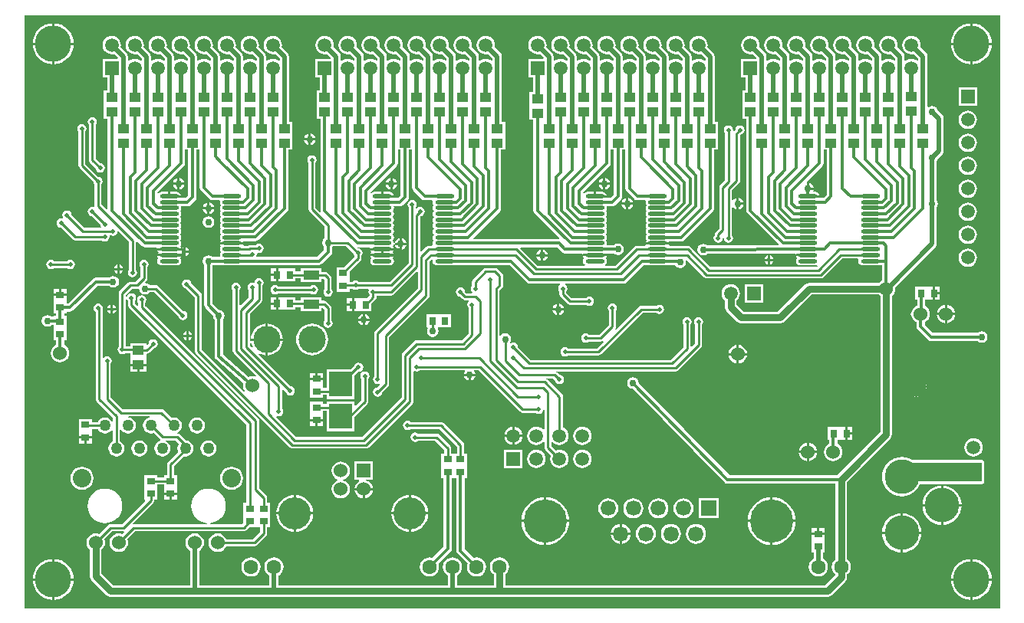
<source format=gbl>
%FSLAX43Y43*%
%MOMM*%
%SFA1B1*%

%IPPOS*%
%ADD13R,0.899998X0.799998*%
%ADD15R,0.799998X0.899998*%
%ADD28C,0.253999*%
%ADD30C,0.380999*%
%ADD31C,0.507999*%
%ADD34C,0.761998*%
%ADD40R,8.508983X2.158996*%
%ADD42C,0.507999*%
%ADD43C,1.523997*%
%ADD44C,0.761998*%
%ADD45R,1.523997X1.523997*%
%ADD46C,3.555993*%
%ADD47C,1.499997*%
%ADD48R,1.499997X1.499997*%
%ADD49C,3.999992*%
%ADD50C,3.809992*%
%ADD51R,1.499997X1.499997*%
%ADD52C,1.599997*%
%ADD53C,1.689997*%
%ADD54R,1.689997X1.689997*%
%ADD55C,4.759990*%
%ADD56C,2.031996*%
%ADD57C,1.269997*%
%ADD58C,2.999994*%
%ADD59C,1.777996*%
%ADD60R,1.299997X0.999998*%
%ADD61O,2.099996X0.449999*%
%ADD62R,2.539995X2.793994*%
%ADD63R,1.799996X0.999998*%
%ADD64R,2.285995X2.285995*%
%LNlp_led_cube_8x8x8-1*%
%LPD*%
G36*
X133095Y25399D02*
X25399D01*
Y90931*
X133095*
Y25399*
G37*
%LNlp_led_cube_8x8x8-2*%
%LPC*%
G36*
X80370Y44322D02*
X79501D01*
Y43453*
X79636Y43471*
X79880Y43572*
X80090Y43733*
X80251Y43943*
X80352Y44187*
X80370Y44322*
G37*
G36*
X32003Y44130D02*
X31426D01*
Y43603*
X32003*
Y44130*
G37*
G36*
X32834D02*
X32257D01*
Y43603*
X32834*
Y44130*
G37*
G36*
X112013Y43679D02*
Y42798D01*
X112894*
X112876Y42936*
X112773Y43183*
X112611Y43396*
X112398Y43558*
X112151Y43661*
X112013Y43679*
G37*
G36*
X86994Y45462D02*
X86732Y45427D01*
X86488Y45326*
X86278Y45165*
X86117Y44955*
X86016Y44711*
X85981Y44449*
X86016Y44187*
X86117Y43943*
X86278Y43733*
X86488Y43572*
X86732Y43471*
X86994Y43436*
X87256Y43471*
X87500Y43572*
X87710Y43733*
X87871Y43943*
X87972Y44187*
X88007Y44449*
X87972Y44711*
X87871Y44955*
X87710Y45165*
X87500Y45326*
X87256Y45427*
X86994Y45462*
G37*
G36*
X79247Y44322D02*
X78378D01*
X78396Y44187*
X78497Y43943*
X78658Y43733*
X78868Y43572*
X79112Y43471*
X79247Y43453*
Y44322*
G37*
G36*
X115488Y45407D02*
X115417D01*
X115396*
X114088*
Y43999*
X114227*
Y43583*
X114168Y43558*
X113955Y43396*
X113793Y43183*
X113690Y42936*
X113655Y42671*
X113690Y42406*
X113793Y42159*
X113955Y41946*
X114168Y41784*
X114415Y41681*
X114680Y41646*
X114945Y41681*
X115192Y41784*
X115405Y41946*
X115567Y42159*
X115670Y42406*
X115705Y42671*
X115670Y42936*
X115567Y43183*
X115405Y43396*
X115192Y43558*
X115133Y43583*
Y43999*
X115396*
X115488*
X116015*
Y44703*
Y45407*
X115488*
G37*
G36*
X44449Y46489D02*
X44217Y46458D01*
X44001Y46369*
X43815Y46226*
X43672Y46040*
X43583Y45824*
X43552Y45592*
X43583Y45360*
X43672Y45144*
X43815Y44958*
X44001Y44815*
X44217Y44726*
X44449Y44695*
X44681Y44726*
X44897Y44815*
X45083Y44958*
X45226Y45144*
X45315Y45360*
X45346Y45592*
X45315Y45824*
X45226Y46040*
X45083Y46226*
X44897Y46369*
X44681Y46458*
X44449Y46489*
G37*
G36*
X116796Y45407D02*
X116269D01*
Y44830*
X116796*
Y45407*
G37*
G36*
X57530Y46035D02*
X56953D01*
Y45508*
X57530*
Y46035*
G37*
G36*
X116796Y44576D02*
X116269D01*
Y43999*
X116796*
Y44576*
G37*
G36*
X79247Y45445D02*
X79112Y45427D01*
X78868Y45326*
X78658Y45165*
X78497Y44955*
X78396Y44711*
X78378Y44576*
X79247*
Y45445*
G37*
G36*
X79501D02*
Y44576D01*
X80370*
X80352Y44711*
X80251Y44955*
X80090Y45165*
X79880Y45326*
X79636Y45427*
X79501Y45445*
G37*
G36*
X111759Y43679D02*
X111621Y43661D01*
X111374Y43558*
X111161Y43396*
X110999Y43183*
X110896Y42936*
X110878Y42798*
X111759*
Y43679*
G37*
G36*
X63880Y41591D02*
X61848D01*
Y39560*
X62336*
X62361Y39435*
X62352Y39431*
X62139Y39268*
X61977Y39056*
X61874Y38809*
X61856Y38671*
X63872*
X63854Y38809*
X63751Y39056*
X63589Y39268*
X63376Y39431*
X63129Y39533*
X63131Y39560*
X63880*
Y41591*
G37*
G36*
X81914Y42922D02*
X81652Y42887D01*
X81408Y42786*
X81198Y42625*
X81037Y42415*
X80936Y42171*
X80901Y41909*
X80936Y41647*
X81037Y41403*
X81198Y41193*
X81408Y41032*
X81652Y40931*
X81914Y40896*
X82176Y40931*
X82420Y41032*
X82630Y41193*
X82791Y41403*
X82892Y41647*
X82927Y41909*
X82892Y42171*
X82791Y42415*
X82630Y42625*
X82420Y42786*
X82176Y42887*
X81914Y42922*
G37*
G36*
X86994D02*
X86732Y42887D01*
X86488Y42786*
X86278Y42625*
X86117Y42415*
X86016Y42171*
X85981Y41909*
X86016Y41647*
X86117Y41403*
X86278Y41193*
X86488Y41032*
X86732Y40931*
X86994Y40896*
X87256Y40931*
X87500Y41032*
X87710Y41193*
X87871Y41403*
X87972Y41647*
X88007Y41909*
X87972Y42171*
X87871Y42415*
X87710Y42625*
X87500Y42786*
X87256Y42887*
X86994Y42922*
G37*
G36*
X122237Y42110D02*
X121813Y42068D01*
X121406Y41945*
X121031Y41744*
X120702Y41475*
X120433Y41146*
X120232Y40771*
X120109Y40364*
X120067Y39941*
X120109Y39517*
X120232Y39110*
X120433Y38735*
X120702Y38406*
X121031Y38137*
X121406Y37936*
X121813Y37813*
X122237Y37771*
X122660Y37813*
X123067Y37936*
X123442Y38137*
X123771Y38406*
X124040Y38735*
X124241Y39110*
X131063*
X131162Y39130*
X131246Y39186*
X131302Y39270*
X131322Y39369*
Y41528*
X131302Y41627*
X131246Y41711*
X131162Y41767*
X131063Y41787*
X123362*
X123067Y41945*
X122660Y42068*
X122237Y42110*
G37*
G36*
X31749Y41031D02*
X31417Y40987D01*
X31109Y40859*
X30843Y40656*
X30640Y40390*
X30512Y40082*
X30468Y39750*
X30512Y39418*
X30640Y39110*
X30843Y38844*
X31109Y38641*
X31417Y38513*
X31749Y38469*
X32081Y38513*
X32389Y38641*
X32655Y38844*
X32858Y39110*
X32986Y39418*
X33030Y39750*
X32986Y40082*
X32858Y40390*
X32655Y40656*
X32389Y40859*
X32081Y40987*
X31749Y41031*
G37*
G36*
X48259D02*
X47927Y40987D01*
X47619Y40859*
X47353Y40656*
X47150Y40390*
X47022Y40082*
X46978Y39750*
X47022Y39418*
X47150Y39110*
X47353Y38844*
X47619Y38641*
X47927Y38513*
X48259Y38469*
X48591Y38513*
X48899Y38641*
X49165Y38844*
X49368Y39110*
X49496Y39418*
X49540Y39750*
X49496Y40082*
X49368Y40390*
X49165Y40656*
X48899Y40859*
X48591Y40987*
X48259Y41031*
G37*
G36*
X80378Y42913D02*
X78370D01*
Y40905*
X80378*
Y42913*
G37*
G36*
X45719Y43949D02*
X45487Y43918D01*
X45271Y43829*
X45085Y43686*
X44942Y43500*
X44853Y43284*
X44822Y43052*
X44853Y42820*
X44942Y42604*
X45085Y42418*
X45271Y42275*
X45487Y42186*
X45719Y42155*
X45951Y42186*
X46167Y42275*
X46353Y42418*
X46496Y42604*
X46585Y42820*
X46616Y43052*
X46585Y43284*
X46496Y43500*
X46353Y43686*
X46167Y43829*
X45951Y43918*
X45719Y43949*
G37*
G36*
X130174Y44192D02*
X129912Y44157D01*
X129668Y44056*
X129458Y43895*
X129297Y43685*
X129196Y43441*
X129161Y43179*
X129196Y42917*
X129297Y42673*
X129458Y42463*
X129668Y42302*
X129912Y42201*
X130174Y42166*
X130436Y42201*
X130680Y42302*
X130890Y42463*
X131051Y42673*
X131152Y42917*
X131187Y43179*
X131152Y43441*
X131051Y43685*
X130890Y43895*
X130680Y44056*
X130436Y44157*
X130174Y44192*
G37*
G36*
X67690Y46110D02*
X67492Y46071D01*
X67324Y45958*
X67211Y45790*
X67172Y45592*
X67211Y45394*
X67324Y45226*
X67492Y45113*
X67690Y45074*
X67888Y45113*
X68023Y45204*
X71212*
X73144Y43272*
Y42501*
X72523*
Y43052*
X72499Y43176*
X72494Y43201*
X72410Y43327*
X71179Y44558*
X71053Y44642*
X70904Y44671*
X68873*
X68738Y44762*
X68540Y44801*
X68342Y44762*
X68174Y44649*
X68061Y44481*
X68022Y44283*
X68061Y44085*
X68174Y43917*
X68342Y43804*
X68540Y43765*
X68738Y43804*
X68873Y43895*
X70743*
X71747Y42891*
Y42501*
X71431*
Y41193*
Y41101*
Y39793*
X71682*
Y32191*
X70456Y30965*
X70378Y30998*
X70103Y31034*
X69828Y30998*
X69571Y30892*
X69351Y30723*
X69182Y30503*
X69076Y30246*
X69040Y29971*
X69076Y29696*
X69182Y29439*
X69351Y29219*
X69571Y29050*
X69828Y28944*
X70103Y28908*
X70378Y28944*
X70635Y29050*
X70855Y29219*
X71024Y29439*
X71130Y29696*
X71166Y29971*
X71130Y30246*
X71097Y30324*
X72455Y31683*
X72554Y31830*
X72588Y32003*
Y39793*
X73079*
Y31749*
X73113Y31576*
X73212Y31429*
X74316Y30324*
X74283Y30246*
X74247Y29971*
X74283Y29696*
X74389Y29439*
X74558Y29219*
X74778Y29050*
X75035Y28944*
X75310Y28908*
X75585Y28944*
X75842Y29050*
X76062Y29219*
X76231Y29439*
X76337Y29696*
X76373Y29971*
X76337Y30246*
X76231Y30503*
X76062Y30723*
X75842Y30892*
X75585Y30998*
X75310Y31034*
X75035Y30998*
X74957Y30965*
X73985Y31937*
Y39793*
X74236*
Y41101*
Y41193*
Y42501*
X73920*
Y43433*
X73891Y43582*
X73807Y43708*
X71648Y45867*
X71522Y45951*
X71373Y45980*
X68023*
X67888Y46071*
X67690Y46110*
G37*
G36*
X111759Y42544D02*
X110878D01*
X110896Y42406*
X110999Y42159*
X111161Y41946*
X111374Y41784*
X111621Y41681*
X111759Y41663*
Y42544*
G37*
G36*
X112894D02*
X112013D01*
Y41663*
X112151Y41681*
X112398Y41784*
X112611Y41946*
X112773Y42159*
X112876Y42406*
X112894Y42544*
G37*
G36*
X38099Y43949D02*
X37867Y43918D01*
X37651Y43829*
X37465Y43686*
X37322Y43500*
X37233Y43284*
X37202Y43052*
X37233Y42820*
X37322Y42604*
X37465Y42418*
X37651Y42275*
X37867Y42186*
X38099Y42155*
X38331Y42186*
X38547Y42275*
X38733Y42418*
X38876Y42604*
X38965Y42820*
X38996Y43052*
X38965Y43284*
X38876Y43500*
X38733Y43686*
X38547Y43829*
X38331Y43918*
X38099Y43949*
G37*
G36*
X104012Y54474D02*
X103874Y54456D01*
X103627Y54353*
X103414Y54191*
X103252Y53978*
X103149Y53731*
X103131Y53593*
X104012*
Y54474*
G37*
G36*
X104266D02*
Y53593D01*
X105147*
X105129Y53731*
X105026Y53978*
X104864Y54191*
X104651Y54353*
X104404Y54456*
X104266Y54474*
G37*
G36*
X43306Y55371D02*
X42940D01*
X42954Y55300*
X43067Y55132*
X43235Y55019*
X43306Y55005*
Y55371*
G37*
G36*
X105147Y53339D02*
X104266D01*
Y52458*
X104404Y52476*
X104651Y52579*
X104864Y52741*
X105026Y52954*
X105129Y53201*
X105147Y53339*
G37*
G36*
X57157Y56846D02*
X56813Y56813D01*
X56483Y56712*
X56178Y56549*
X55911Y56330*
X55692Y56063*
X55529Y55758*
X55428Y55428*
X55395Y55084*
X55428Y54740*
X55529Y54410*
X55692Y54105*
X55911Y53838*
X56178Y53619*
X56483Y53456*
X56813Y53355*
X57157Y53321*
X57501Y53355*
X57832Y53456*
X58136Y53619*
X58403Y53838*
X58622Y54105*
X58785Y54410*
X58886Y54740*
X58920Y55084*
X58886Y55428*
X58785Y55758*
X58622Y56063*
X58403Y56330*
X58136Y56549*
X57832Y56712*
X57501Y56813*
X57157Y56846*
G37*
G36*
X53907Y54957D02*
X52284D01*
Y53334*
X52501Y53355*
X52831Y53456*
X53136Y53619*
X53403Y53838*
X53622Y54105*
X53785Y54410*
X53886Y54740*
X53907Y54957*
G37*
G36*
X43926Y55371D02*
X43560D01*
Y55005*
X43631Y55019*
X43799Y55132*
X43912Y55300*
X43926Y55371*
G37*
G36*
X43306Y55991D02*
X43235Y55977D01*
X43067Y55864*
X42954Y55696*
X42940Y55625*
X43306*
Y55991*
G37*
G36*
X43560D02*
Y55625D01*
X43926*
X43912Y55696*
X43799Y55864*
X43631Y55977*
X43560Y55991*
G37*
G36*
X54020Y59758D02*
X53949D01*
X53928*
X53401*
Y59054*
Y58350*
X53928*
X54020*
X55328*
Y58666*
X55888*
Y58224*
X58196*
Y58590*
X58334*
X58539Y58385*
Y57228*
X58448Y57093*
X58409Y56895*
X58448Y56697*
X58561Y56529*
X58729Y56416*
X58927Y56377*
X59125Y56416*
X59293Y56529*
X59406Y56697*
X59445Y56895*
X59406Y57093*
X59315Y57228*
Y58546*
X59291Y58670*
X59286Y58695*
X59202Y58821*
X58770Y59253*
X58644Y59337*
X58495Y59366*
X58196*
Y59732*
X55888*
Y59442*
X55328*
Y59758*
X54020*
G37*
G36*
X52030Y56834D02*
X51813Y56813D01*
X51483Y56712*
X51178Y56549*
X50911Y56330*
X50692Y56063*
X50529Y55758*
X50428Y55428*
X50407Y55211*
X52030*
Y56834*
G37*
G36*
X52284D02*
Y55211D01*
X53907*
X53886Y55428*
X53785Y55758*
X53622Y56063*
X53403Y56330*
X53136Y56549*
X52831Y56712*
X52501Y56813*
X52284Y56834*
G37*
G36*
X71165Y57853D02*
X71094D01*
X71073*
X69765*
Y56445*
X69866*
X69925Y56333*
X69878Y56262*
X69829Y56014*
X69878Y55766*
X70018Y55556*
X70228Y55416*
X70476Y55367*
X70724Y55416*
X70934Y55556*
X71074Y55766*
X71123Y56014*
X71074Y56262*
X71019Y56344*
X71073Y56445*
X71165*
X72473*
Y57853*
X71165*
G37*
G36*
X104012Y53339D02*
X103131D01*
X103149Y53201*
X103252Y52954*
X103414Y52741*
X103627Y52579*
X103874Y52476*
X104012Y52458*
Y53339*
G37*
G36*
X124960Y49783D02*
X123951D01*
Y48774*
X124122Y48796*
X124400Y48912*
X124639Y49095*
X124822Y49334*
X124938Y49612*
X124960Y49783*
G37*
G36*
X123697Y51046D02*
X123526Y51024D01*
X123248Y50908*
X123009Y50725*
X122826Y50486*
X122710Y50208*
X122688Y50037*
X123697*
Y51046*
G37*
G36*
X123951D02*
Y50037D01*
X124960*
X124938Y50208*
X124822Y50486*
X124639Y50725*
X124400Y50908*
X124122Y51024*
X123951Y51046*
G37*
G36*
X58361Y46035D02*
X57784D01*
Y45508*
X58361*
Y46035*
G37*
G36*
X62991Y51571D02*
X62793Y51532D01*
X62625Y51419*
X62512Y51251*
X62473Y51053*
X62512Y50855*
X62603Y50720*
Y48420*
X61965Y47783*
X61848Y47831*
Y48259*
X58800*
Y47950*
X58361*
Y48216*
X56953*
Y46908*
Y46816*
Y46289*
X58361*
Y46816*
Y46908*
Y47174*
X58800*
Y44957*
X61848*
Y46567*
X63266Y47984*
X63350Y48110*
X63379Y48259*
Y50720*
X63470Y50855*
X63509Y51053*
X63470Y51251*
X63357Y51419*
X63189Y51532*
X62991Y51571*
G37*
G36*
X123697Y49783D02*
X122688D01*
X122710Y49612*
X122826Y49334*
X123009Y49095*
X123248Y48912*
X123526Y48796*
X123697Y48774*
Y49783*
G37*
G36*
X74421Y51053D02*
X73926D01*
X73950Y50932*
X74090Y50722*
X74300Y50582*
X74421Y50558*
Y51053*
G37*
G36*
X62284Y52532D02*
X62086Y52493D01*
X61918Y52380*
X61805Y52212*
X61801Y52191*
X61426Y51815*
X58800*
Y49725*
X58361*
Y49991*
Y50083*
Y50610*
X56953*
Y50083*
Y49991*
Y48683*
X58361*
Y48949*
X58800*
Y48513*
X61848*
Y51139*
X62218Y51509*
X62284Y51496*
X62482Y51535*
X62650Y51648*
X62763Y51816*
X62802Y52014*
X62763Y52212*
X62650Y52380*
X62482Y52493*
X62284Y52532*
G37*
G36*
X37845Y52158D02*
X37068D01*
Y51531*
X37845*
Y52158*
G37*
G36*
X38876D02*
X38099D01*
Y51531*
X38876*
Y52158*
G37*
G36*
X75170Y51053D02*
X74675D01*
Y50558*
X74796Y50582*
X75006Y50722*
X75146Y50932*
X75170Y51053*
G37*
G36*
X57530Y51391D02*
X56953D01*
Y50864*
X57530*
Y51391*
G37*
G36*
X58361D02*
X57784D01*
Y50864*
X58361*
Y51391*
G37*
G36*
X99531Y34714D02*
X99244Y34677D01*
X98977Y34566*
X98747Y34390*
X98571Y34160*
X98460Y33893*
X98423Y33606*
X98460Y33319*
X98571Y33052*
X98747Y32822*
X98977Y32646*
X99244Y32535*
X99531Y32498*
X99818Y32535*
X100085Y32646*
X100315Y32822*
X100491Y33052*
X100602Y33319*
X100639Y33606*
X100602Y33893*
X100491Y34160*
X100315Y34390*
X100085Y34566*
X99818Y34677*
X99531Y34714*
G37*
G36*
X91094Y33479D02*
X90129D01*
X90150Y33319*
X90261Y33052*
X90437Y32822*
X90667Y32646*
X90934Y32535*
X91094Y32514*
Y33479*
G37*
G36*
X92313D02*
X91348D01*
Y32514*
X91508Y32535*
X91775Y32646*
X92005Y32822*
X92181Y33052*
X92292Y33319*
X92313Y33479*
G37*
G36*
X110503Y34899D02*
X107998D01*
Y32394*
X108284Y32416*
X108687Y32513*
X109071Y32672*
X109424Y32888*
X109739Y33158*
X110009Y33473*
X110225Y33826*
X110384Y34210*
X110481Y34613*
X110503Y34899*
G37*
G36*
X93991Y34714D02*
X93704Y34677D01*
X93437Y34566*
X93207Y34390*
X93031Y34160*
X92920Y33893*
X92882Y33606*
X92920Y33319*
X93031Y33052*
X93207Y32822*
X93437Y32646*
X93704Y32535*
X93991Y32498*
X94278Y32535*
X94545Y32646*
X94775Y32822*
X94951Y33052*
X95062Y33319*
X95099Y33606*
X95062Y33893*
X94951Y34160*
X94775Y34390*
X94545Y34566*
X94278Y34677*
X93991Y34714*
G37*
G36*
X96761D02*
X96474Y34677D01*
X96207Y34566*
X95977Y34390*
X95801Y34160*
X95690Y33893*
X95653Y33606*
X95690Y33319*
X95801Y33052*
X95977Y32822*
X96207Y32646*
X96474Y32535*
X96761Y32498*
X97048Y32535*
X97315Y32646*
X97545Y32822*
X97721Y33052*
X97832Y33319*
X97869Y33606*
X97832Y33893*
X97721Y34160*
X97545Y34390*
X97315Y34566*
X97048Y34677*
X96761Y34714*
G37*
G36*
X113733Y33465D02*
X112325D01*
Y32938*
Y32846*
Y31538*
X112511*
Y30897*
X112497Y30892*
X112277Y30723*
X112108Y30503*
X112002Y30246*
X111966Y29971*
X112002Y29696*
X112108Y29439*
X112277Y29219*
X112497Y29050*
X112754Y28944*
X113029Y28908*
X113304Y28944*
X113561Y29050*
X113781Y29219*
X113950Y29439*
X114056Y29696*
X114092Y29971*
X114056Y30246*
X113950Y30503*
X113781Y30723*
X113561Y30892*
X113547Y30897*
Y31538*
X113733*
Y32846*
Y32938*
Y33465*
G37*
G36*
X91348Y34698D02*
Y33733D01*
X92313*
X92292Y33893*
X92181Y34160*
X92005Y34390*
X91775Y34566*
X91508Y34677*
X91348Y34698*
G37*
G36*
X122109Y35874D02*
X121813Y35845D01*
X121406Y35722*
X121031Y35521*
X120702Y35252*
X120433Y34923*
X120232Y34548*
X120109Y34141*
X120080Y33845*
X122109*
Y35874*
G37*
G36*
X122364D02*
Y33845D01*
X124393*
X124364Y34141*
X124241Y34548*
X124040Y34923*
X123771Y35252*
X123442Y35521*
X123067Y35722*
X122660Y35845*
X122364Y35874*
G37*
G36*
X112902Y34246D02*
X112325D01*
Y33719*
X112902*
Y34246*
G37*
G36*
X113733D02*
X113156D01*
Y33719*
X113733*
Y34246*
G37*
G36*
X91094Y34698D02*
X90934Y34677D01*
X90667Y34566*
X90437Y34390*
X90261Y34160*
X90150Y33893*
X90129Y33733*
X91094*
Y34698*
G37*
G36*
X107744Y34899D02*
X105239D01*
X105261Y34613*
X105358Y34210*
X105517Y33826*
X105733Y33473*
X106003Y33158*
X106318Y32888*
X106672Y32672*
X107055Y32513*
X107458Y32416*
X107744Y32394*
Y34899*
G37*
G36*
X132172Y28447D02*
X130047D01*
Y26322*
X130362Y26353*
X130787Y26482*
X131178Y26691*
X131522Y26972*
X131803Y27316*
X132013Y27707*
X132141Y28132*
X132172Y28447*
G37*
G36*
X28447Y30826D02*
X28132Y30795D01*
X27707Y30666*
X27316Y30457*
X26972Y30176*
X26691Y29832*
X26482Y29441*
X26353Y29016*
X26322Y28701*
X28447*
Y30826*
G37*
G36*
X28701D02*
Y28701D01*
X30826*
X30795Y29016*
X30666Y29441*
X30457Y29832*
X30176Y30176*
X29832Y30457*
X29441Y30666*
X29016Y30795*
X28701Y30826*
G37*
G36*
X28447Y28447D02*
X26322D01*
X26353Y28132*
X26482Y27707*
X26691Y27316*
X26972Y26972*
X27316Y26691*
X27707Y26482*
X28132Y26353*
X28447Y26322*
Y28447*
G37*
G36*
X30826D02*
X28701D01*
Y26322*
X29016Y26353*
X29441Y26482*
X29832Y26691*
X30176Y26972*
X30457Y27316*
X30666Y27707*
X30795Y28132*
X30826Y28447*
G37*
G36*
X129793D02*
X127668D01*
X127699Y28132*
X127827Y27707*
X128037Y27316*
X128318Y26972*
X128662Y26691*
X129053Y26482*
X129478Y26353*
X129793Y26322*
Y28447*
G37*
G36*
Y30826D02*
X129478Y30795D01*
X129053Y30666*
X128662Y30457*
X128318Y30176*
X128037Y29832*
X127827Y29441*
X127699Y29016*
X127668Y28701*
X129793*
Y30826*
G37*
G36*
X124393Y33590D02*
X122364D01*
Y31561*
X122660Y31590*
X123067Y31713*
X123442Y31914*
X123771Y32183*
X124040Y32512*
X124241Y32887*
X124364Y33294*
X124393Y33590*
G37*
G36*
X82754Y34899D02*
X80249D01*
X80271Y34613*
X80368Y34210*
X80527Y33826*
X80743Y33473*
X81013Y33158*
X81328Y32888*
X81681Y32672*
X82065Y32513*
X82468Y32416*
X82754Y32394*
Y34899*
G37*
G36*
X85513D02*
X83008D01*
Y32394*
X83294Y32416*
X83697Y32513*
X84080Y32672*
X84434Y32888*
X84749Y33158*
X85019Y33473*
X85235Y33826*
X85394Y34210*
X85491Y34613*
X85513Y34899*
G37*
G36*
X130047Y30826D02*
Y28701D01*
X132172*
X132141Y29016*
X132013Y29441*
X131803Y29832*
X131522Y30176*
X131178Y30457*
X130787Y30666*
X130362Y30795*
X130047Y30826*
G37*
G36*
X50418Y31034D02*
X50143Y30998D01*
X49886Y30892*
X49666Y30723*
X49497Y30503*
X49391Y30246*
X49355Y29971*
X49391Y29696*
X49497Y29439*
X49666Y29219*
X49886Y29050*
X50143Y28944*
X50418Y28908*
X50693Y28944*
X50950Y29050*
X51170Y29219*
X51339Y29439*
X51445Y29696*
X51481Y29971*
X51445Y30246*
X51339Y30503*
X51170Y30723*
X50950Y30892*
X50693Y30998*
X50418Y31034*
G37*
G36*
X122109Y33590D02*
X120080D01*
X120109Y33294*
X120232Y32887*
X120433Y32512*
X120702Y32183*
X121031Y31914*
X121406Y31713*
X121813Y31590*
X122109Y31561*
Y33590*
G37*
G36*
X55371Y37906D02*
Y36004D01*
X57273*
X57247Y36275*
X57130Y36658*
X56942Y37011*
X56688Y37320*
X56378Y37574*
X56025Y37763*
X55642Y37879*
X55371Y37906*
G37*
G36*
X67817D02*
X67546Y37879D01*
X67163Y37763*
X66810Y37574*
X66500Y37320*
X66246Y37011*
X66058Y36658*
X65941Y36275*
X65915Y36004*
X67817*
Y37906*
G37*
G36*
X68071D02*
Y36004D01*
X69973*
X69947Y36275*
X69830Y36658*
X69642Y37011*
X69388Y37320*
X69078Y37574*
X68725Y37763*
X68342Y37879*
X68071Y37906*
G37*
G36*
X98146Y37555D02*
X97859Y37517D01*
X97592Y37406*
X97362Y37230*
X97186Y37000*
X97075Y36733*
X97038Y36446*
X97075Y36159*
X97186Y35892*
X97362Y35662*
X97592Y35486*
X97859Y35375*
X98146Y35338*
X98433Y35375*
X98700Y35486*
X98930Y35662*
X99106Y35892*
X99217Y36159*
X99255Y36446*
X99217Y36733*
X99106Y37000*
X98930Y37230*
X98700Y37406*
X98433Y37517*
X98146Y37555*
G37*
G36*
X102015Y37545D02*
X99817D01*
Y35347*
X102015*
Y37545*
G37*
G36*
X55117Y37906D02*
X54846Y37879D01*
X54463Y37763*
X54110Y37574*
X53800Y37320*
X53546Y37011*
X53358Y36658*
X53241Y36275*
X53215Y36004*
X55117*
Y37906*
G37*
G36*
X126554Y38922D02*
X126258Y38893D01*
X125851Y38770*
X125476Y38569*
X125147Y38300*
X124878Y37971*
X124677Y37596*
X124554Y37189*
X124525Y36893*
X126554*
Y38922*
G37*
G36*
X60324Y41600D02*
X60059Y41565D01*
X59812Y41463*
X59599Y41300*
X59437Y41088*
X59334Y40841*
X59299Y40575*
X59334Y40310*
X59437Y40063*
X59599Y39851*
X59812Y39688*
X59969Y39623*
Y39496*
X59812Y39431*
X59599Y39268*
X59437Y39056*
X59334Y38809*
X59299Y38543*
X59334Y38278*
X59437Y38031*
X59599Y37819*
X59812Y37656*
X60059Y37554*
X60324Y37519*
X60589Y37554*
X60836Y37656*
X61049Y37819*
X61211Y38031*
X61314Y38278*
X61349Y38543*
X61314Y38809*
X61211Y39056*
X61049Y39268*
X60836Y39431*
X60589Y39533*
Y39586*
X60836Y39688*
X61049Y39851*
X61211Y40063*
X61314Y40310*
X61349Y40575*
X61314Y40841*
X61211Y41088*
X61049Y41300*
X60836Y41463*
X60589Y41565*
X60324Y41600*
G37*
G36*
X62737Y38416D02*
X61856D01*
X61874Y38278*
X61977Y38031*
X62139Y37819*
X62352Y37656*
X62599Y37554*
X62737Y37535*
Y38416*
G37*
G36*
X63872D02*
X62991D01*
Y37535*
X63129Y37554*
X63376Y37656*
X63589Y37819*
X63751Y38031*
X63854Y38278*
X63872Y38416*
G37*
G36*
X126809Y38922D02*
Y36893D01*
X128838*
X128809Y37189*
X128686Y37596*
X128485Y37971*
X128216Y38300*
X127887Y38569*
X127512Y38770*
X127105Y38893*
X126809Y38922*
G37*
G36*
X41401Y37907D02*
X40824D01*
Y37380*
X41401*
Y37907*
G37*
G36*
X42232D02*
X41655D01*
Y37380*
X42232*
Y37907*
G37*
G36*
X95376Y37555D02*
X95089Y37517D01*
X94822Y37406*
X94592Y37230*
X94416Y37000*
X94305Y36733*
X94268Y36446*
X94305Y36159*
X94416Y35892*
X94592Y35662*
X94822Y35486*
X95089Y35375*
X95376Y35338*
X95663Y35375*
X95930Y35486*
X96160Y35662*
X96336Y35892*
X96447Y36159*
X96484Y36446*
X96447Y36733*
X96336Y37000*
X96160Y37230*
X95930Y37406*
X95663Y37517*
X95376Y37555*
G37*
G36*
X69973Y35749D02*
X68071D01*
Y33847*
X68342Y33874*
X68725Y33990*
X69078Y34179*
X69388Y34433*
X69642Y34742*
X69830Y35095*
X69947Y35478*
X69973Y35749*
G37*
G36*
X126554Y36638D02*
X124525D01*
X124554Y36342*
X124677Y35935*
X124878Y35560*
X125147Y35231*
X125476Y34962*
X125851Y34761*
X126258Y34638*
X126554Y34609*
Y36638*
G37*
G36*
X128838D02*
X126809D01*
Y34609*
X127105Y34638*
X127512Y34761*
X127887Y34962*
X128216Y35231*
X128485Y35560*
X128686Y35935*
X128809Y36342*
X128838Y36638*
G37*
G36*
X55117Y35749D02*
X53215D01*
X53241Y35478*
X53358Y35095*
X53546Y34742*
X53800Y34433*
X54110Y34179*
X54463Y33990*
X54846Y33874*
X55117Y33847*
Y35749*
G37*
G36*
X57273D02*
X55371D01*
Y33847*
X55642Y33874*
X56025Y33990*
X56378Y34179*
X56688Y34433*
X56942Y34742*
X57130Y35095*
X57247Y35478*
X57273Y35749*
G37*
G36*
X67817D02*
X65915D01*
X65941Y35478*
X66058Y35095*
X66246Y34742*
X66500Y34433*
X66810Y34179*
X67163Y33990*
X67546Y33874*
X67817Y33847*
Y35749*
G37*
G36*
X34289Y38616D02*
X33916Y38579D01*
X33556Y38471*
X33226Y38294*
X32935Y38056*
X32697Y37765*
X32520Y37435*
X32412Y37075*
X32375Y36702*
X32412Y36329*
X32520Y35969*
X32697Y35639*
X32935Y35348*
X33226Y35110*
X33556Y34933*
X33916Y34825*
X34289Y34788*
X34662Y34825*
X35022Y34933*
X35352Y35110*
X35643Y35348*
X35881Y35639*
X36058Y35969*
X36166Y36329*
X36203Y36702*
X36166Y37075*
X36058Y37435*
X35881Y37765*
X35643Y38056*
X35352Y38294*
X35022Y38471*
X34662Y38579*
X34289Y38616*
G37*
G36*
X107998Y37658D02*
Y35153D01*
X110503*
X110481Y35439*
X110384Y35842*
X110225Y36226*
X110009Y36579*
X109739Y36894*
X109424Y37164*
X109071Y37380*
X108687Y37539*
X108284Y37636*
X107998Y37658*
G37*
G36*
X89836Y37555D02*
X89549Y37517D01*
X89282Y37406*
X89052Y37230*
X88876Y37000*
X88765Y36733*
X88728Y36446*
X88765Y36159*
X88876Y35892*
X89052Y35662*
X89282Y35486*
X89549Y35375*
X89836Y35338*
X90123Y35375*
X90390Y35486*
X90620Y35662*
X90796Y35892*
X90907Y36159*
X90944Y36446*
X90907Y36733*
X90796Y37000*
X90620Y37230*
X90390Y37406*
X90123Y37517*
X89836Y37555*
G37*
G36*
X92606D02*
X92319Y37517D01*
X92052Y37406*
X91822Y37230*
X91646Y37000*
X91535Y36733*
X91498Y36446*
X91535Y36159*
X91646Y35892*
X91822Y35662*
X92052Y35486*
X92319Y35375*
X92606Y35338*
X92893Y35375*
X93160Y35486*
X93390Y35662*
X93566Y35892*
X93677Y36159*
X93715Y36446*
X93677Y36733*
X93566Y37000*
X93390Y37230*
X93160Y37406*
X92893Y37517*
X92606Y37555*
G37*
G36*
X82754Y37658D02*
X82468Y37636D01*
X82065Y37539*
X81681Y37380*
X81328Y37164*
X81013Y36894*
X80743Y36579*
X80527Y36226*
X80368Y35842*
X80271Y35439*
X80249Y35153*
X82754*
Y37658*
G37*
G36*
X83008D02*
Y35153D01*
X85513*
X85491Y35439*
X85394Y35842*
X85235Y36226*
X85019Y36579*
X84749Y36894*
X84434Y37164*
X84080Y37380*
X83697Y37539*
X83294Y37636*
X83008Y37658*
G37*
G36*
X107744D02*
X107458Y37636D01*
X107055Y37539*
X106672Y37380*
X106318Y37164*
X106003Y36894*
X105733Y36579*
X105517Y36226*
X105358Y35842*
X105261Y35439*
X105239Y35153*
X107744*
Y37658*
G37*
G36*
X62737Y57149D02*
X62242D01*
X62266Y57028*
X62406Y56818*
X62616Y56678*
X62737Y56654*
Y57149*
G37*
G36*
X123316Y88642D02*
X123054Y88607D01*
X122810Y88506*
X122600Y88345*
X122439Y88135*
X122338Y87891*
X122303Y87629*
X122338Y87367*
X122439Y87123*
X122600Y86913*
X122810Y86752*
X123054Y86651*
X123316Y86616*
X123564Y86649*
X124068Y86144*
Y85921*
X123954Y85865*
X123822Y85966*
X123578Y86067*
X123316Y86102*
X123054Y86067*
X122810Y85966*
X122678Y85865*
X122564Y85921*
Y86359*
X122525Y86557*
X122412Y86725*
X121756Y87381*
X121789Y87629*
X121754Y87891*
X121653Y88135*
X121492Y88345*
X121282Y88506*
X121038Y88607*
X120776Y88642*
X120514Y88607*
X120270Y88506*
X120060Y88345*
X119899Y88135*
X119798Y87891*
X119763Y87629*
X119798Y87367*
X119899Y87123*
X120060Y86913*
X120270Y86752*
X120514Y86651*
X120776Y86616*
X121024Y86649*
X121528Y86144*
Y85921*
X121414Y85865*
X121282Y85966*
X121038Y86067*
X120776Y86102*
X120514Y86067*
X120270Y85966*
X120138Y85865*
X120024Y85921*
Y86359*
X119985Y86557*
X119872Y86725*
X119216Y87381*
X119249Y87629*
X119214Y87891*
X119113Y88135*
X118952Y88345*
X118742Y88506*
X118498Y88607*
X118236Y88642*
X117974Y88607*
X117730Y88506*
X117520Y88345*
X117359Y88135*
X117258Y87891*
X117223Y87629*
X117258Y87367*
X117359Y87123*
X117520Y86913*
X117730Y86752*
X117974Y86651*
X118236Y86616*
X118484Y86649*
X118988Y86144*
Y85921*
X118874Y85865*
X118742Y85966*
X118498Y86067*
X118236Y86102*
X117974Y86067*
X117730Y85966*
X117598Y85865*
X117484Y85921*
Y86359*
X117445Y86557*
X117332Y86725*
X116676Y87381*
X116709Y87629*
X116674Y87891*
X116573Y88135*
X116412Y88345*
X116202Y88506*
X115958Y88607*
X115696Y88642*
X115434Y88607*
X115190Y88506*
X114980Y88345*
X114819Y88135*
X114718Y87891*
X114683Y87629*
X114718Y87367*
X114819Y87123*
X114980Y86913*
X115190Y86752*
X115434Y86651*
X115696Y86616*
X115944Y86649*
X116448Y86144*
Y85921*
X116334Y85865*
X116202Y85966*
X115958Y86067*
X115696Y86102*
X115434Y86067*
X115190Y85966*
X115058Y85865*
X114944Y85921*
Y86359*
X114905Y86557*
X114792Y86725*
X114136Y87381*
X114169Y87629*
X114134Y87891*
X114033Y88135*
X113872Y88345*
X113662Y88506*
X113418Y88607*
X113156Y88642*
X112894Y88607*
X112650Y88506*
X112440Y88345*
X112279Y88135*
X112178Y87891*
X112143Y87629*
X112178Y87367*
X112279Y87123*
X112440Y86913*
X112650Y86752*
X112894Y86651*
X113156Y86616*
X113404Y86649*
X113908Y86144*
Y85921*
X113794Y85865*
X113662Y85966*
X113418Y86067*
X113156Y86102*
X112894Y86067*
X112650Y85966*
X112518Y85865*
X112404Y85921*
Y86359*
X112365Y86557*
X112252Y86725*
X111596Y87381*
X111629Y87629*
X111594Y87891*
X111493Y88135*
X111332Y88345*
X111122Y88506*
X110878Y88607*
X110616Y88642*
X110354Y88607*
X110110Y88506*
X109900Y88345*
X109739Y88135*
X109638Y87891*
X109603Y87629*
X109638Y87367*
X109739Y87123*
X109900Y86913*
X110110Y86752*
X110354Y86651*
X110616Y86616*
X110864Y86649*
X111368Y86144*
Y85921*
X111254Y85865*
X111122Y85966*
X110878Y86067*
X110616Y86102*
X110354Y86067*
X110110Y85966*
X109978Y85865*
X109864Y85921*
Y86359*
X109825Y86557*
X109712Y86725*
X109056Y87381*
X109089Y87629*
X109054Y87891*
X108953Y88135*
X108792Y88345*
X108582Y88506*
X108338Y88607*
X108076Y88642*
X107814Y88607*
X107570Y88506*
X107360Y88345*
X107199Y88135*
X107098Y87891*
X107063Y87629*
X107098Y87367*
X107199Y87123*
X107360Y86913*
X107570Y86752*
X107814Y86651*
X108076Y86616*
X108324Y86649*
X108828Y86144*
Y85921*
X108714Y85865*
X108582Y85966*
X108338Y86067*
X108076Y86102*
X107814Y86067*
X107570Y85966*
X107438Y85865*
X107324Y85921*
Y86359*
X107285Y86557*
X107172Y86725*
X106516Y87381*
X106549Y87629*
X106514Y87891*
X106413Y88135*
X106252Y88345*
X106042Y88506*
X105798Y88607*
X105536Y88642*
X105274Y88607*
X105030Y88506*
X104820Y88345*
X104659Y88135*
X104558Y87891*
X104523Y87629*
X104558Y87367*
X104659Y87123*
X104820Y86913*
X105030Y86752*
X105274Y86651*
X105536Y86616*
X105784Y86649*
X106222Y86210*
X106174Y86093*
X104532*
Y84085*
X105018*
Y82579*
X104632*
Y81071*
Y80979*
Y79471*
X105083*
Y69341*
X105117Y69168*
X105216Y69021*
X108613Y65623*
X108565Y65505*
X100789Y65478*
X100787Y65481*
X100577Y65621*
X100329Y65670*
X100081Y65621*
X99871Y65481*
X99731Y65271*
X99682Y65023*
X99731Y64775*
X99871Y64565*
X100081Y64425*
X100329Y64376*
X100577Y64425*
X100787Y64565*
X100791Y64571*
X110490Y64606*
X110570Y64508*
X110577Y64541*
X111865*
Y64287*
X110577*
X110589Y64227*
X110681Y64089*
X110589Y63951*
X110552Y63764*
X110589Y63577*
X110695Y63419*
X110853Y63313*
X111040Y63276*
X112690*
X112877Y63313*
X112927Y63237*
X112867Y63125*
X101125*
X98912Y65339*
X98786Y65423*
X98637Y65452*
X96631*
X96551Y65551*
X96558Y65587*
X93982*
X93989Y65551*
X93909Y65452*
X93004*
X92855Y65423*
X92729Y65339*
X90643Y63252*
X89510*
X89473Y63374*
X89540Y63419*
X89646Y63577*
X89683Y63764*
X89646Y63951*
X89554Y64089*
X89646Y64227*
X89658Y64287*
X87082*
X87094Y64227*
X87186Y64089*
X87094Y63951*
X87057Y63764*
X87094Y63577*
X87200Y63419*
X87267Y63374*
X87230Y63252*
X82031*
X80140Y65143*
X80189Y65261*
X84210*
X84728Y64744*
X84816Y64685*
X84875Y64645*
X85048Y64611*
X86996*
X87076Y64513*
X87082Y64541*
X89658*
X89646Y64601*
X89652Y64611*
X90470*
X90473Y64606*
X90683Y64466*
X90931Y64417*
X91179Y64466*
X91389Y64606*
X91529Y64816*
X91578Y65064*
X91529Y65312*
X91389Y65522*
X91179Y65662*
X90931Y65711*
X90683Y65662*
X90473Y65522*
X90470Y65517*
X89744*
X89664Y65615*
X89683Y65714*
X89646Y65901*
X89554Y66039*
X89646Y66177*
X89683Y66364*
X89646Y66551*
X89554Y66689*
X89646Y66827*
X89683Y67014*
X89646Y67201*
X89554Y67339*
X89646Y67477*
X89683Y67664*
X89646Y67851*
X89554Y67989*
X89646Y68127*
X89683Y68314*
X89646Y68501*
X89556Y68636*
X89646Y68772*
X89683Y68959*
X89646Y69146*
X89554Y69284*
X89646Y69422*
X89683Y69609*
X89646Y69796*
X89652Y69806*
X90296*
X90469Y69840*
X90616Y69939*
X91251Y70574*
X91350Y70721*
X91384Y70894*
Y76042*
X91748*
Y71793*
X91763Y71715*
X91782Y71620*
X91848Y71521*
X91881Y71473*
X92765Y70589*
X92852Y70530*
X92912Y70490*
X92970Y70479*
X93085Y70456*
X93896*
X93976Y70358*
X93957Y70259*
X93994Y70072*
X94086Y69934*
X93994Y69796*
X93957Y69609*
X93994Y69422*
X94086Y69284*
X93994Y69146*
X93957Y68959*
X93994Y68772*
X94084Y68636*
X93994Y68501*
X93957Y68314*
X93994Y68127*
X94086Y67989*
X93994Y67851*
X93957Y67664*
X93994Y67477*
X94086Y67339*
X93994Y67201*
X93957Y67014*
X93994Y66827*
X94086Y66689*
X93994Y66551*
X93957Y66364*
X93994Y66177*
X94086Y66039*
X93994Y65901*
X93982Y65841*
X96558*
X96546Y65901*
X96551Y65911*
X97860*
X98033Y65945*
X98180Y66044*
X101411Y69275*
X101470Y69363*
X101510Y69422*
X101544Y69595*
Y76042*
X101995*
Y77550*
Y77642*
Y79150*
X101609*
Y86359*
X101570Y86557*
X101457Y86725*
X100801Y87381*
X100834Y87629*
X100799Y87891*
X100698Y88135*
X100537Y88345*
X100327Y88506*
X100083Y88607*
X99821Y88642*
X99559Y88607*
X99315Y88506*
X99105Y88345*
X98944Y88135*
X98843Y87891*
X98808Y87629*
X98843Y87367*
X98944Y87123*
X99105Y86913*
X99315Y86752*
X99559Y86651*
X99821Y86616*
X100069Y86649*
X100573Y86144*
Y85921*
X100459Y85865*
X100327Y85966*
X100083Y86067*
X99821Y86102*
X99559Y86067*
X99315Y85966*
X99183Y85865*
X99069Y85921*
Y86359*
X99030Y86557*
X98917Y86725*
X98261Y87381*
X98294Y87629*
X98259Y87891*
X98158Y88135*
X97997Y88345*
X97787Y88506*
X97543Y88607*
X97281Y88642*
X97019Y88607*
X96775Y88506*
X96565Y88345*
X96404Y88135*
X96303Y87891*
X96268Y87629*
X96303Y87367*
X96404Y87123*
X96565Y86913*
X96775Y86752*
X97019Y86651*
X97281Y86616*
X97529Y86649*
X98033Y86144*
Y85921*
X97919Y85865*
X97787Y85966*
X97543Y86067*
X97281Y86102*
X97019Y86067*
X96775Y85966*
X96643Y85865*
X96529Y85921*
Y86359*
X96490Y86557*
X96377Y86725*
X95721Y87381*
X95754Y87629*
X95719Y87891*
X95618Y88135*
X95457Y88345*
X95247Y88506*
X95003Y88607*
X94741Y88642*
X94479Y88607*
X94235Y88506*
X94025Y88345*
X93864Y88135*
X93763Y87891*
X93728Y87629*
X93763Y87367*
X93864Y87123*
X94025Y86913*
X94235Y86752*
X94479Y86651*
X94741Y86616*
X94989Y86649*
X95493Y86144*
Y85921*
X95379Y85865*
X95247Y85966*
X95003Y86067*
X94741Y86102*
X94479Y86067*
X94235Y85966*
X94103Y85865*
X93989Y85921*
Y86359*
X93950Y86557*
X93837Y86725*
X93181Y87381*
X93214Y87629*
X93179Y87891*
X93078Y88135*
X92917Y88345*
X92707Y88506*
X92463Y88607*
X92201Y88642*
X91939Y88607*
X91695Y88506*
X91485Y88345*
X91324Y88135*
X91223Y87891*
X91188Y87629*
X91223Y87367*
X91324Y87123*
X91485Y86913*
X91695Y86752*
X91939Y86651*
X92201Y86616*
X92449Y86649*
X92953Y86144*
Y85921*
X92839Y85865*
X92707Y85966*
X92463Y86067*
X92201Y86102*
X91939Y86067*
X91695Y85966*
X91563Y85865*
X91449Y85921*
Y86359*
X91410Y86557*
X91297Y86725*
X90641Y87381*
X90674Y87629*
X90639Y87891*
X90538Y88135*
X90377Y88345*
X90167Y88506*
X89923Y88607*
X89661Y88642*
X89399Y88607*
X89155Y88506*
X88945Y88345*
X88784Y88135*
X88683Y87891*
X88648Y87629*
X88683Y87367*
X88784Y87123*
X88945Y86913*
X89155Y86752*
X89399Y86651*
X89661Y86616*
X89909Y86649*
X90413Y86144*
Y85921*
X90299Y85865*
X90167Y85966*
X89923Y86067*
X89661Y86102*
X89399Y86067*
X89155Y85966*
X89023Y85865*
X88909Y85921*
Y86359*
X88870Y86557*
X88757Y86725*
X88101Y87381*
X88134Y87629*
X88099Y87891*
X87998Y88135*
X87837Y88345*
X87627Y88506*
X87383Y88607*
X87121Y88642*
X86859Y88607*
X86615Y88506*
X86405Y88345*
X86244Y88135*
X86143Y87891*
X86108Y87629*
X86143Y87367*
X86244Y87123*
X86405Y86913*
X86615Y86752*
X86859Y86651*
X87121Y86616*
X87369Y86649*
X87873Y86144*
Y85921*
X87759Y85865*
X87627Y85966*
X87383Y86067*
X87121Y86102*
X86859Y86067*
X86615Y85966*
X86483Y85865*
X86369Y85921*
Y86359*
X86330Y86557*
X86217Y86725*
X85561Y87381*
X85594Y87629*
X85559Y87891*
X85458Y88135*
X85297Y88345*
X85087Y88506*
X84843Y88607*
X84581Y88642*
X84319Y88607*
X84075Y88506*
X83865Y88345*
X83704Y88135*
X83603Y87891*
X83568Y87629*
X83603Y87367*
X83704Y87123*
X83865Y86913*
X84075Y86752*
X84319Y86651*
X84581Y86616*
X84829Y86649*
X85333Y86144*
Y85921*
X85219Y85865*
X85087Y85966*
X84843Y86067*
X84581Y86102*
X84319Y86067*
X84075Y85966*
X83943Y85865*
X83829Y85921*
Y86359*
X83790Y86557*
X83677Y86725*
X83021Y87381*
X83054Y87629*
X83019Y87891*
X82918Y88135*
X82757Y88345*
X82547Y88506*
X82303Y88607*
X82041Y88642*
X81779Y88607*
X81535Y88506*
X81325Y88345*
X81164Y88135*
X81063Y87891*
X81028Y87629*
X81063Y87367*
X81164Y87123*
X81325Y86913*
X81535Y86752*
X81779Y86651*
X82041Y86616*
X82289Y86649*
X82727Y86210*
X82679Y86093*
X81037*
Y84085*
X81523*
Y82452*
X81137*
Y80944*
Y80852*
Y79344*
X81588*
Y69341*
X81622Y69168*
X81721Y69021*
X84463Y66278*
X84403Y66166*
X84398Y66167*
X74975*
X74926Y66285*
X77872Y69231*
X77971Y69378*
X78005Y69551*
Y76042*
X78500*
Y77550*
Y77642*
Y79150*
X78114*
Y86359*
X78075Y86557*
X77962Y86725*
X77306Y87381*
X77339Y87629*
X77304Y87891*
X77203Y88135*
X77042Y88345*
X76832Y88506*
X76588Y88607*
X76326Y88642*
X76064Y88607*
X75820Y88506*
X75610Y88345*
X75449Y88135*
X75348Y87891*
X75313Y87629*
X75348Y87367*
X75449Y87123*
X75610Y86913*
X75820Y86752*
X76064Y86651*
X76326Y86616*
X76574Y86649*
X77078Y86144*
Y85921*
X76964Y85865*
X76832Y85966*
X76588Y86067*
X76326Y86102*
X76064Y86067*
X75820Y85966*
X75688Y85865*
X75574Y85921*
Y86359*
X75535Y86557*
X75422Y86725*
X74766Y87381*
X74799Y87629*
X74764Y87891*
X74663Y88135*
X74502Y88345*
X74292Y88506*
X74048Y88607*
X73786Y88642*
X73524Y88607*
X73280Y88506*
X73070Y88345*
X72909Y88135*
X72808Y87891*
X72773Y87629*
X72808Y87367*
X72909Y87123*
X73070Y86913*
X73280Y86752*
X73524Y86651*
X73786Y86616*
X74034Y86649*
X74538Y86144*
Y85921*
X74424Y85865*
X74292Y85966*
X74048Y86067*
X73786Y86102*
X73524Y86067*
X73280Y85966*
X73148Y85865*
X73034Y85921*
Y86359*
X72995Y86557*
X72882Y86725*
X72226Y87381*
X72259Y87629*
X72224Y87891*
X72123Y88135*
X71962Y88345*
X71752Y88506*
X71508Y88607*
X71246Y88642*
X70984Y88607*
X70740Y88506*
X70530Y88345*
X70369Y88135*
X70268Y87891*
X70233Y87629*
X70268Y87367*
X70369Y87123*
X70530Y86913*
X70740Y86752*
X70984Y86651*
X71246Y86616*
X71494Y86649*
X71998Y86144*
Y85921*
X71884Y85865*
X71752Y85966*
X71508Y86067*
X71246Y86102*
X70984Y86067*
X70740Y85966*
X70608Y85865*
X70494Y85921*
Y86359*
X70455Y86557*
X70342Y86725*
X69686Y87381*
X69719Y87629*
X69684Y87891*
X69583Y88135*
X69422Y88345*
X69212Y88506*
X68968Y88607*
X68706Y88642*
X68444Y88607*
X68200Y88506*
X67990Y88345*
X67829Y88135*
X67728Y87891*
X67693Y87629*
X67728Y87367*
X67829Y87123*
X67990Y86913*
X68200Y86752*
X68444Y86651*
X68706Y86616*
X68954Y86649*
X69458Y86144*
Y85921*
X69344Y85865*
X69212Y85966*
X68968Y86067*
X68706Y86102*
X68444Y86067*
X68200Y85966*
X68068Y85865*
X67954Y85921*
Y86359*
X67915Y86557*
X67802Y86725*
X67146Y87381*
X67179Y87629*
X67144Y87891*
X67043Y88135*
X66882Y88345*
X66672Y88506*
X66428Y88607*
X66166Y88642*
X65904Y88607*
X65660Y88506*
X65450Y88345*
X65289Y88135*
X65188Y87891*
X65153Y87629*
X65188Y87367*
X65289Y87123*
X65450Y86913*
X65660Y86752*
X65904Y86651*
X66166Y86616*
X66414Y86649*
X66918Y86144*
Y85921*
X66804Y85865*
X66672Y85966*
X66428Y86067*
X66166Y86102*
X65904Y86067*
X65660Y85966*
X65528Y85865*
X65414Y85921*
Y86359*
X65375Y86557*
X65262Y86725*
X64606Y87381*
X64639Y87629*
X64604Y87891*
X64503Y88135*
X64342Y88345*
X64132Y88506*
X63888Y88607*
X63626Y88642*
X63364Y88607*
X63120Y88506*
X62910Y88345*
X62749Y88135*
X62648Y87891*
X62613Y87629*
X62648Y87367*
X62749Y87123*
X62910Y86913*
X63120Y86752*
X63364Y86651*
X63626Y86616*
X63874Y86649*
X64378Y86144*
Y85921*
X64264Y85865*
X64132Y85966*
X63888Y86067*
X63626Y86102*
X63364Y86067*
X63120Y85966*
X62988Y85865*
X62874Y85921*
Y86359*
X62835Y86557*
X62722Y86725*
X62066Y87381*
X62099Y87629*
X62064Y87891*
X61963Y88135*
X61802Y88345*
X61592Y88506*
X61348Y88607*
X61086Y88642*
X60824Y88607*
X60580Y88506*
X60370Y88345*
X60209Y88135*
X60108Y87891*
X60073Y87629*
X60108Y87367*
X60209Y87123*
X60370Y86913*
X60580Y86752*
X60824Y86651*
X61086Y86616*
X61334Y86649*
X61838Y86144*
Y85921*
X61724Y85865*
X61592Y85966*
X61348Y86067*
X61086Y86102*
X60824Y86067*
X60580Y85966*
X60448Y85865*
X60334Y85921*
Y86359*
X60295Y86557*
X60182Y86725*
X59526Y87381*
X59559Y87629*
X59524Y87891*
X59423Y88135*
X59262Y88345*
X59052Y88506*
X58808Y88607*
X58546Y88642*
X58284Y88607*
X58040Y88506*
X57830Y88345*
X57669Y88135*
X57568Y87891*
X57533Y87629*
X57568Y87367*
X57669Y87123*
X57830Y86913*
X58040Y86752*
X58284Y86651*
X58546Y86616*
X58794Y86649*
X59232Y86210*
X59184Y86093*
X57542*
Y84085*
X58028*
Y82579*
X57642*
Y81071*
Y80979*
Y79471*
X58093*
Y69341*
X58117Y69222*
X58005Y69162*
X57537Y69629*
Y74596*
X57628Y74731*
X57667Y74929*
X57628Y75127*
X57515Y75295*
X57347Y75408*
X57149Y75447*
X56951Y75408*
X56783Y75295*
X56670Y75127*
X56631Y74929*
X56670Y74731*
X56761Y74596*
Y69468*
X56790Y69319*
X56874Y69193*
X58539Y67529*
Y66289*
X58469Y66243*
X58329Y66033*
X58280Y65785*
X58329Y65537*
X58469Y65327*
X58474Y65324*
Y64957*
X57734Y64217*
X51077*
X51024Y64317*
X51063Y64515*
X51051Y64575*
X51141Y64665*
X51307Y64632*
X51505Y64671*
X51673Y64784*
X51786Y64952*
X51825Y65150*
X51786Y65348*
X51673Y65516*
X51505Y65629*
X51307Y65668*
X51109Y65629*
X50974Y65538*
X50282*
X50133Y65509*
X50049Y65452*
X49641*
X49561Y65551*
X49568Y65587*
X46992*
X47004Y65527*
X47096Y65389*
X47004Y65251*
X46967Y65064*
X47004Y64877*
X47096Y64739*
X47004Y64601*
X46967Y64414*
X46986Y64315*
X46906Y64217*
X46167*
X45967Y64351*
X45719Y64400*
X45471Y64351*
X45261Y64211*
X45121Y64001*
X45072Y63753*
X45121Y63505*
X45261Y63295*
X45266Y63292*
Y58862*
X45300Y58689*
X45399Y58542*
X46216Y57724*
X46215Y57719*
X46264Y57471*
X46404Y57261*
X46409Y57258*
Y53212*
X46412Y53195*
X46410Y53179*
X46429Y53109*
X46443Y53039*
X46453Y53024*
X46457Y53008*
X46502Y52951*
X46542Y52892*
X46556Y52882*
X46566Y52869*
X49554Y50293*
X49520Y50037*
X49555Y49772*
X49658Y49525*
X49758Y49393*
X49663Y49310*
X44964Y54008*
Y59943*
X44935Y60092*
X44851Y60218*
X43816Y61252*
X43785Y61411*
X43672Y61579*
X43504Y61692*
X43306Y61731*
X43108Y61692*
X42940Y61579*
X42827Y61411*
X42788Y61213*
X42827Y61015*
X42940Y60847*
X43108Y60734*
X43267Y60703*
X44188Y59782*
Y53847*
X44217Y53698*
X44301Y53572*
X54715Y43158*
X54841Y43074*
X54990Y43045*
X63118*
X63267Y43074*
X63393Y43158*
X68219Y47984*
X68303Y48110*
X68332Y48259*
Y51573*
X68444Y51633*
X68508Y51590*
X68706Y51551*
X68904Y51590*
X69039Y51681*
X73984*
X74044Y51569*
X73950Y51428*
X73926Y51307*
X75170*
X75146Y51428*
X75006Y51638*
X75019Y51681*
X75530*
X80115Y47095*
X80241Y47011*
X80390Y46982*
X81835*
X81970Y46891*
X82168Y46852*
X82366Y46891*
X82534Y47004*
X82647Y47172*
X82669Y47286*
X82796Y47273*
Y45147*
X82675Y45106*
X82630Y45165*
X82420Y45326*
X82176Y45427*
X81914Y45462*
X81652Y45427*
X81408Y45326*
X81198Y45165*
X81037Y44955*
X80936Y44711*
X80901Y44449*
X80936Y44187*
X81037Y43943*
X81198Y43733*
X81408Y43572*
X81652Y43471*
X81914Y43436*
X82176Y43471*
X82420Y43572*
X82630Y43733*
X82675Y43792*
X82796Y43751*
Y43179*
X82825Y43030*
X82909Y42904*
X83525Y42289*
X83476Y42171*
X83441Y41909*
X83476Y41647*
X83577Y41403*
X83738Y41193*
X83948Y41032*
X84192Y40931*
X84454Y40896*
X84716Y40931*
X84960Y41032*
X85170Y41193*
X85331Y41403*
X85432Y41647*
X85467Y41909*
X85432Y42171*
X85331Y42415*
X85170Y42625*
X84960Y42786*
X84716Y42887*
X84454Y42922*
X84192Y42887*
X84074Y42838*
X83572Y43340*
Y43751*
X83693Y43792*
X83738Y43733*
X83948Y43572*
X84192Y43471*
X84454Y43436*
X84716Y43471*
X84960Y43572*
X85170Y43733*
X85331Y43943*
X85432Y44187*
X85467Y44449*
X85432Y44711*
X85331Y44955*
X85170Y45165*
X84960Y45326*
X84842Y45375*
Y48767*
X84813Y48916*
X84729Y49042*
X83078Y50693*
X82952Y50777*
X82953Y50792*
X83773*
X83944Y50620*
X83975Y50461*
X84088Y50293*
X84256Y50181*
X84454Y50142*
X84652Y50181*
X84820Y50293*
X84933Y50461*
X84972Y50660*
X84933Y50858*
X84820Y51026*
X84652Y51138*
X84493Y51170*
X84208Y51455*
X84082Y51539*
X84084Y51554*
X97281*
X97430Y51583*
X97556Y51667*
X100096Y54207*
X100180Y54333*
X100209Y54482*
Y56689*
X100300Y56824*
X100339Y57022*
X100300Y57220*
X100187Y57388*
X100019Y57501*
X99821Y57540*
X99623Y57501*
X99455Y57388*
X99342Y57220*
X99303Y57022*
X99342Y56824*
X99433Y56689*
Y54643*
X99057Y54267*
X98939Y54316*
Y56689*
X99030Y56824*
X99069Y57022*
X99030Y57220*
X98917Y57388*
X98749Y57501*
X98551Y57540*
X98353Y57501*
X98185Y57388*
X98072Y57220*
X98033Y57022*
X98072Y56824*
X98163Y56689*
Y54262*
X96739Y52838*
X81313*
X79884Y54267*
X79853Y54426*
X79740Y54594*
X79572Y54707*
X79374Y54746*
X79176Y54707*
X79068Y54634*
X78978Y54724*
X79083Y54882*
X79132Y55129*
X79083Y55377*
X78943Y55587*
X78733Y55728*
X78485Y55777*
X78237Y55728*
X78027Y55587*
X77979Y55515*
X77857Y55552*
Y60544*
X78125Y60811*
X78209Y60937*
X78238Y61086*
Y62102*
X78209Y62251*
X78125Y62377*
X77617Y62885*
X77491Y62969*
X77342Y62998*
X76326*
X76177Y62969*
X76051Y62885*
X74908Y61742*
X74824Y61616*
X74795Y61467*
Y61038*
X74704Y60903*
X74665Y60705*
X74704Y60507*
X74817Y60339*
X74836Y60326*
X74799Y60204*
X74201*
X74042Y60363*
X74011Y60522*
X73898Y60690*
X73730Y60803*
X73532Y60842*
X73334Y60803*
X73166Y60690*
X73053Y60522*
X73014Y60324*
X73053Y60126*
X73166Y59958*
X73334Y59845*
X73493Y59814*
X73765Y59541*
X73891Y59457*
X74040Y59428*
X74418*
X74455Y59306*
X74436Y59293*
X74323Y59125*
X74284Y58927*
X74323Y58729*
X74414Y58594*
Y55742*
X73669Y54997*
X68706*
X68557Y54968*
X68431Y54884*
X67161Y53614*
X67077Y53488*
X67048Y53339*
Y48674*
X62703Y44329*
X55405*
X53209Y46525*
X53269Y46637*
X53466Y46598*
X53664Y46637*
X53832Y46750*
X53945Y46918*
X53984Y47116*
X53945Y47314*
X53854Y47449*
Y49568*
X53972Y49617*
X54226Y49363*
X54257Y49204*
X54370Y49036*
X54538Y48923*
X54736Y48884*
X54934Y48923*
X55102Y49036*
X55215Y49204*
X55254Y49402*
X55215Y49600*
X55102Y49768*
X54934Y49881*
X54775Y49912*
X51250Y53438*
X51325Y53540*
X51483Y53456*
X51813Y53355*
X52030Y53334*
Y54957*
X50407*
X50428Y54740*
X50529Y54410*
X50613Y54252*
X50511Y54177*
X50267Y54421*
Y57925*
X51582Y59240*
X51666Y59366*
X51695Y59514*
Y61007*
X51786Y61142*
X51825Y61340*
X51786Y61538*
X51673Y61706*
X51505Y61819*
X51307Y61858*
X51109Y61819*
X50941Y61706*
X50828Y61538*
X50789Y61340*
X50744Y61310*
X50743Y61311*
X50545Y61350*
X50347Y61311*
X50179Y61198*
X50066Y61030*
X50027Y60832*
X50066Y60634*
X50157Y60499*
Y59723*
X49273Y58839*
X49155Y58888*
Y60499*
X49246Y60634*
X49285Y60832*
X49246Y61030*
X49133Y61198*
X48965Y61311*
X48767Y61350*
X48569Y61311*
X48401Y61198*
X48288Y61030*
X48249Y60832*
X48288Y60634*
X48379Y60499*
Y53847*
X48408Y53698*
X48492Y53572*
X50969Y51096*
X50898Y50991*
X50810Y51027*
X50545Y51062*
X50280Y51027*
X50152Y50974*
X47315Y53420*
Y57258*
X47320Y57261*
X47460Y57471*
X47509Y57719*
X47460Y57967*
X47320Y58177*
X47110Y58317*
X46862Y58366*
X46857Y58365*
X46172Y59050*
Y63292*
X46177Y63295*
X46187Y63311*
X47278*
X47455Y63276*
X49105*
X49282Y63311*
X57922*
X58095Y63345*
X58242Y63444*
X59247Y64449*
X59297Y64522*
X59346Y64596*
X59380Y64769*
Y65324*
X59385Y65327*
X59431Y65397*
X60925*
X61719Y64603*
X61750Y64444*
X61841Y64309*
Y64233*
X60683Y63075*
X59874*
Y61767*
Y61675*
Y60367*
X61282*
Y60698*
X61642*
X61777Y60607*
X61975Y60568*
X62173Y60607*
X62308Y60698*
X63384*
X63444Y60586*
X63401Y60522*
X63362Y60324*
X63401Y60126*
X63492Y59991*
Y59912*
X63211Y59631*
X62402*
X62310*
X61783*
Y58927*
Y58223*
X62310*
X62402*
X63710*
Y59032*
X64155Y59476*
X64218Y59571*
X64239Y59602*
X64255Y59684*
X64268Y59751*
Y59936*
X65868*
X66017Y59965*
X66143Y60049*
X68708Y62614*
X68826Y62566*
Y60739*
X64113Y56027*
X64029Y55901*
X64000Y55752*
Y51005*
X63909Y50870*
X63870Y50672*
X63909Y50474*
X64022Y50306*
X64190Y50193*
X64388Y50154*
X64585Y50193*
X64645Y50081*
X64349Y49785*
X64190Y49754*
X64022Y49641*
X63909Y49473*
X63870Y49275*
X63909Y49077*
X64022Y48909*
X64190Y48796*
X64388Y48757*
X64586Y48796*
X64754Y48909*
X64867Y49077*
X64898Y49236*
X65552Y49889*
X65636Y50015*
X65665Y50164*
Y55337*
X69997Y59668*
X70081Y59794*
X70110Y59943*
Y63719*
X70383Y63992*
X70495Y63932*
X70462Y63764*
X70499Y63577*
X70605Y63419*
X70763Y63313*
X70950Y63276*
X72600*
X72777Y63311*
X78921*
X80832Y61401*
X80915Y61345*
X80979Y61302*
X81066Y61285*
X81152Y61268*
X84544*
X84581Y61146*
X84469Y61071*
X84356Y60903*
X84317Y60705*
X84356Y60507*
X84447Y60372*
Y60070*
X84476Y59921*
X84560Y59795*
X85322Y59033*
X85448Y58949*
X85597Y58920*
X87423*
X87558Y58829*
X87756Y58790*
X87954Y58829*
X88122Y58942*
X88235Y59110*
X88274Y59308*
X88235Y59506*
X88122Y59674*
X87954Y59787*
X87756Y59826*
X87558Y59787*
X87423Y59696*
X85758*
X85223Y60231*
Y60372*
X85314Y60507*
X85353Y60705*
X85314Y60903*
X85201Y61071*
X85089Y61146*
X85126Y61268*
X91566*
X91739Y61302*
X91886Y61401*
X93797Y63311*
X94268*
X94445Y63276*
X96095*
X96272Y63311*
X97236*
X97331Y63168*
X97541Y63028*
X97789Y62979*
X98037Y63028*
X98247Y63168*
X98387Y63378*
X98436Y63626*
X98398Y63820*
X98510Y63880*
X100435Y61954*
X100561Y61870*
X100710Y61841*
X113283*
X113432Y61870*
X113558Y61954*
X115629Y64026*
X117404*
X117484Y63927*
X117452Y63764*
X117489Y63577*
X117595Y63419*
X117753Y63313*
X117940Y63276*
X119590*
X119767Y63311*
X120069*
Y61617*
X120010Y61592*
X119797Y61430*
X119738Y61352*
X112013*
X111765Y61303*
X111555Y61163*
X108570Y58177*
X104788*
X104024Y58941*
Y59428*
X104093Y59481*
X104254Y59691*
X104355Y59935*
X104390Y60197*
X104355Y60459*
X104254Y60703*
X104093Y60913*
X103883Y61074*
X103639Y61175*
X103377Y61210*
X103115Y61175*
X102871Y61074*
X102661Y60913*
X102500Y60703*
X102399Y60459*
X102364Y60197*
X102399Y59935*
X102500Y59691*
X102661Y59481*
X102730Y59428*
Y58673*
X102779Y58425*
X102919Y58215*
X104062Y57072*
X104272Y56932*
X104520Y56883*
X108838*
X109086Y56932*
X109296Y57072*
X112281Y60058*
X119738*
X119797Y59980*
X119875Y59921*
Y44844*
X115111Y40081*
X115108Y40076*
X103187*
X93227Y50279*
X93229Y50291*
X93180Y50539*
X93040Y50749*
X92830Y50889*
X92582Y50938*
X92334Y50889*
X92124Y50749*
X91984Y50539*
X91935Y50291*
X91984Y50043*
X92124Y49833*
X92334Y49693*
X92580Y49644*
X102672Y39306*
X102674Y39305*
X102676Y39303*
X102747Y39255*
X102818Y39206*
X102820*
X102823Y39204*
X102907Y39188*
X102991Y39170*
X102993*
X102996*
X114922*
Y30803*
X114817Y30723*
X114648Y30503*
X114542Y30246*
X114506Y29971*
X114542Y29696*
X114648Y29439*
X114817Y29219*
X114870Y29179*
X114878Y29052*
X113777Y27951*
X78497*
Y29139*
X78602Y29219*
X78771Y29439*
X78877Y29696*
X78913Y29971*
X78877Y30246*
X78771Y30503*
X78602Y30723*
X78382Y30892*
X78125Y30998*
X77850Y31034*
X77575Y30998*
X77318Y30892*
X77098Y30723*
X76929Y30503*
X76823Y30246*
X76787Y29971*
X76823Y29696*
X76929Y29439*
X77098Y29219*
X77203Y29139*
Y27951*
X73161*
Y29045*
X73175Y29050*
X73395Y29219*
X73564Y29439*
X73670Y29696*
X73706Y29971*
X73670Y30246*
X73564Y30503*
X73395Y30723*
X73175Y30892*
X72918Y30998*
X72643Y31034*
X72368Y30998*
X72111Y30892*
X71891Y30723*
X71722Y30503*
X71616Y30246*
X71580Y29971*
X71616Y29696*
X71722Y29439*
X71891Y29219*
X72111Y29050*
X72125Y29045*
Y27951*
X53476*
Y29045*
X53490Y29050*
X53710Y29219*
X53879Y29439*
X53985Y29696*
X54021Y29971*
X53985Y30246*
X53879Y30503*
X53710Y30723*
X53490Y30892*
X53233Y30998*
X52958Y31034*
X52683Y30998*
X52426Y30892*
X52206Y30723*
X52037Y30503*
X51931Y30246*
X51895Y29971*
X51931Y29696*
X52037Y29439*
X52206Y29219*
X52426Y29050*
X52440Y29045*
Y27951*
X44713*
Y31755*
X44920Y31913*
X45082Y32126*
X45185Y32373*
X45220Y32638*
X45185Y32903*
X45082Y33150*
X44920Y33363*
X44707Y33525*
X44460Y33628*
X44195Y33663*
X43930Y33628*
X43683Y33525*
X43470Y33363*
X43308Y33150*
X43205Y32903*
X43170Y32638*
X43205Y32373*
X43308Y32126*
X43470Y31913*
X43677Y31755*
Y27951*
X35192*
X33920Y29223*
Y31854*
X33998Y31913*
X34160Y32126*
X34263Y32373*
X34298Y32638*
X34263Y32903*
X34212Y33027*
X35085Y33901*
X36321*
X36363Y33909*
X36422Y33797*
X36202Y33577*
X36078Y33628*
X35813Y33663*
X35548Y33628*
X35301Y33525*
X35088Y33363*
X34926Y33150*
X34823Y32903*
X34788Y32638*
X34823Y32373*
X34926Y32126*
X35088Y31913*
X35301Y31751*
X35548Y31648*
X35813Y31613*
X36078Y31648*
X36325Y31751*
X36538Y31913*
X36700Y32126*
X36803Y32373*
X36838Y32638*
X36803Y32903*
X36752Y33027*
X37625Y33901*
X49594*
X49675Y33917*
X49743Y33930*
X49806Y33972*
X49869Y34014*
X50186Y34332*
X50995*
X51111*
X51427*
Y33815*
X50638Y33026*
X47674*
X47622Y33150*
X47460Y33363*
X47247Y33525*
X47000Y33628*
X46735Y33663*
X46470Y33628*
X46223Y33525*
X46010Y33363*
X45848Y33150*
X45745Y32903*
X45710Y32638*
X45745Y32373*
X45848Y32126*
X46010Y31913*
X46223Y31751*
X46470Y31648*
X46735Y31613*
X47000Y31648*
X47247Y31751*
X47460Y31913*
X47622Y32126*
X47674Y32250*
X50799*
X50948Y32279*
X51074Y32363*
X52090Y33379*
X52174Y33505*
X52179Y33530*
X52203Y33654*
Y34332*
X52519*
Y35640*
Y35732*
Y37040*
X52203*
Y37591*
X52174Y37740*
X52090Y37866*
X51314Y38641*
Y46100*
X51285Y46249*
X51201Y46375*
X38741Y58834*
Y59122*
X38832Y59257*
X38871Y59455*
X38832Y59653*
X38719Y59821*
X38551Y59934*
X38353Y59973*
X38155Y59934*
X37987Y59821*
X37874Y59653*
X37835Y59455*
X37874Y59257*
X37965Y59122*
Y58888*
X37847Y58839*
X37598Y59088*
Y59356*
X37689Y59491*
X37728Y59689*
X37689Y59887*
X37576Y60055*
X37408Y60168*
X37210Y60207*
X37012Y60168*
X36844Y60055*
X36731Y59887*
X36709Y59773*
X36582Y59786*
Y60036*
X37244Y60698*
X37845*
X37991Y60727*
X37997Y60722*
X38120Y60539*
X38136Y60457*
X38276Y60247*
X38486Y60107*
X38734Y60058*
X38982Y60107*
X39192Y60247*
X39238Y60317*
X39743*
X42365Y57695*
X42396Y57536*
X42509Y57368*
X42677Y57255*
X42875Y57216*
X43073Y57255*
X43241Y57368*
X43353Y57536*
X43393Y57734*
X43353Y57932*
X43241Y58100*
X43073Y58212*
X42914Y58244*
X40178Y60980*
X40052Y61064*
X39904Y61093*
X39238*
X39192Y61163*
X38982Y61303*
X38734Y61352*
X38709Y61400*
X38882Y61573*
X38966Y61699*
X38995Y61848*
Y63039*
X39086Y63174*
X39125Y63372*
X39086Y63570*
X38973Y63738*
X38805Y63851*
X38607Y63890*
X38409Y63851*
X38241Y63738*
X38128Y63570*
X38089Y63372*
X38128Y63174*
X38219Y63039*
Y62009*
X37684Y61474*
X37083*
X36934Y61445*
X36808Y61361*
X35919Y60472*
X35835Y60346*
X35806Y60197*
Y54307*
X35715Y54172*
X35676Y53974*
X35715Y53776*
X35828Y53608*
X35996Y53495*
X36194Y53456*
X36392Y53495*
X36527Y53586*
X37068*
Y53131*
Y53039*
Y52412*
X38876*
Y53039*
Y53131*
Y53497*
X38899*
X39048Y53526*
X39174Y53610*
X39662Y54099*
X39821Y54130*
X39989Y54243*
X40102Y54411*
X40141Y54609*
X40102Y54807*
X39989Y54975*
X39821Y55088*
X39623Y55127*
X39425Y55088*
X39257Y54975*
X39144Y54807*
X39113Y54648*
X38993Y54529*
X38876Y54577*
Y54639*
X37068*
Y54362*
X36582*
Y59592*
X36709Y59605*
X36731Y59491*
X36822Y59356*
Y58927*
X36851Y58778*
X36935Y58652*
X49903Y45685*
Y37040*
X49587*
Y35732*
Y35640*
Y34831*
X49433Y34677*
X45893*
X45887Y34804*
X46092Y34825*
X46452Y34933*
X46782Y35110*
X47073Y35348*
X47311Y35639*
X47488Y35969*
X47596Y36329*
X47633Y36702*
X47596Y37075*
X47488Y37435*
X47311Y37765*
X47073Y38056*
X46782Y38294*
X46452Y38471*
X46092Y38579*
X45719Y38616*
X45346Y38579*
X44986Y38471*
X44656Y38294*
X44365Y38056*
X44127Y37765*
X43950Y37435*
X43842Y37075*
X43805Y36702*
X43842Y36329*
X43950Y35969*
X44127Y35639*
X44365Y35348*
X44656Y35110*
X44986Y34933*
X45346Y34825*
X45551Y34804*
X45545Y34677*
X37464*
X37422Y34669*
X37363Y34781*
X39644Y37062*
X39728Y37188*
X39757Y37337*
Y37380*
X40073*
Y38688*
Y38780*
Y39046*
X40824*
Y38780*
Y38688*
Y38161*
X42232*
Y38688*
Y38780*
Y40088*
X41916*
Y41113*
X42984Y42181*
X43179Y42155*
X43411Y42186*
X43627Y42275*
X43813Y42418*
X43956Y42604*
X44045Y42820*
X44076Y43052*
X44045Y43284*
X43956Y43500*
X43813Y43686*
X43627Y43829*
X43411Y43918*
X43218Y43944*
X42565Y44597*
X42439Y44681*
X42290Y44710*
Y44788*
X42357Y44815*
X42543Y44958*
X42686Y45144*
X42775Y45360*
X42806Y45592*
X42775Y45824*
X42686Y46040*
X42543Y46226*
X42357Y46369*
X42141Y46458*
X41909Y46489*
X41677Y46458*
X41617Y46433*
X40787Y47264*
X40661Y47348*
X40512Y47377*
X36228*
X34931Y48674*
Y52371*
X35022Y52506*
X35061Y52704*
X35022Y52902*
X34909Y53070*
X34741Y53183*
X34543Y53222*
X34345Y53183*
X34177Y53070*
X34164Y53051*
X34042Y53088*
Y58395*
X34074Y58551*
X34034Y58749*
X33922Y58917*
X33754Y59029*
X33556Y59069*
X33357Y59029*
X33189Y58917*
X33077Y58749*
X33038Y58551*
X33077Y58353*
X33189Y58185*
X33266Y58134*
Y48513*
X33295Y48364*
X33379Y48238*
X35171Y46447*
Y46101*
X35050Y46060*
X34923Y46226*
X34737Y46369*
X34521Y46458*
X34289Y46489*
X34057Y46458*
X33841Y46369*
X33655Y46226*
X33512Y46040*
X33488Y45980*
X32834*
Y46311*
X31426*
Y45003*
Y44911*
Y44384*
X32834*
Y44911*
Y45003*
Y45204*
X33488*
X33512Y45144*
X33655Y44958*
X33841Y44815*
X34057Y44726*
X34289Y44695*
X34521Y44726*
X34737Y44815*
X34923Y44958*
X35050Y45124*
X35171Y45083*
Y43853*
X35111Y43829*
X34925Y43686*
X34782Y43500*
X34693Y43284*
X34662Y43052*
X34693Y42820*
X34782Y42604*
X34925Y42418*
X35111Y42275*
X35327Y42186*
X35559Y42155*
X35791Y42186*
X36007Y42275*
X36193Y42418*
X36336Y42604*
X36425Y42820*
X36456Y43052*
X36425Y43284*
X36336Y43500*
X36193Y43686*
X36007Y43829*
X35947Y43853*
Y45083*
X36068Y45124*
X36195Y44958*
X36381Y44815*
X36597Y44726*
X36829Y44695*
X37061Y44726*
X37277Y44815*
X37463Y44958*
X37606Y45144*
X37695Y45360*
X37726Y45592*
X37695Y45824*
X37606Y46040*
X37463Y46226*
X37277Y46369*
X37061Y46458*
X36829Y46489*
Y46511*
X36919Y46601*
X39248*
X39256Y46474*
X39137Y46458*
X38921Y46369*
X38735Y46226*
X38592Y46040*
X38503Y45824*
X38472Y45592*
X38503Y45360*
X38592Y45144*
X38735Y44958*
X38921Y44815*
X39137Y44726*
X39369Y44695*
X39601Y44726*
X39661Y44751*
X40364Y44047*
X40388Y44032*
X40376Y43905*
X40191Y43829*
X40005Y43686*
X39862Y43500*
X39773Y43284*
X39742Y43052*
X39773Y42820*
X39862Y42604*
X40005Y42418*
X40191Y42275*
X40407Y42186*
X40639Y42155*
X40871Y42186*
X41087Y42275*
X41273Y42418*
X41416Y42604*
X41505Y42820*
X41536Y43052*
X41505Y43284*
X41416Y43500*
X41273Y43686*
X41087Y43829*
X40894Y43909*
X40871Y43918*
X40872Y43934*
X42129*
X42472Y43591*
X42402Y43500*
X42313Y43284*
X42282Y43052*
X42313Y42820*
X42375Y42670*
X41253Y41549*
X41169Y41423*
X41140Y41274*
Y40088*
X40824*
Y39822*
X40073*
Y40088*
X38665*
Y38780*
Y38688*
Y37380*
X38697*
X38745Y37263*
X36160Y34677*
X34924*
X34775Y34648*
X34649Y34564*
X33662Y33577*
X33538Y33628*
X33273Y33663*
X33008Y33628*
X32761Y33525*
X32548Y33363*
X32386Y33150*
X32283Y32903*
X32248Y32638*
X32283Y32373*
X32386Y32126*
X32548Y31913*
X32626Y31854*
Y28955*
X32675Y28707*
X32815Y28497*
X34466Y26846*
X34676Y26706*
X34924Y26657*
X114045*
X114293Y26706*
X114503Y26846*
X116027Y28370*
X116167Y28580*
X116216Y28828*
Y29139*
X116321Y29219*
X116490Y29439*
X116596Y29696*
X116632Y29971*
X116596Y30246*
X116490Y30503*
X116321Y30723*
X116216Y30803*
Y39355*
X120980Y44118*
X121120Y44328*
X121169Y44576*
Y59921*
X121247Y59980*
X121409Y60193*
X121512Y60440*
X121547Y60705*
X121528Y60851*
X125968Y65292*
X126036Y65392*
X126081Y65460*
X126120Y65658*
Y69735*
X126200Y69855*
X126249Y70103*
X126200Y70351*
X126120Y70471*
Y74815*
X126200Y74935*
X126228Y75077*
X126730Y75579*
X126843Y75747*
X126882Y75945*
Y79501*
X126843Y79699*
X126730Y79867*
X126228Y80369*
X126200Y80511*
X126060Y80721*
X125850Y80861*
X125602Y80910*
X125354Y80861*
X125216Y80769*
X125104Y80829*
Y86359*
X125065Y86557*
X124952Y86725*
X124296Y87381*
X124329Y87629*
X124294Y87891*
X124193Y88135*
X124032Y88345*
X123822Y88506*
X123578Y88607*
X123316Y88642*
G37*
G36*
X45719Y68718D02*
X45471Y68669D01*
X45261Y68529*
X45121Y68319*
X45072Y68071*
X45121Y67823*
X45261Y67613*
X45471Y67473*
X45719Y67424*
X45967Y67473*
X46177Y67613*
X46317Y67823*
X46366Y68071*
X46317Y68319*
X46177Y68529*
X45967Y68669*
X45719Y68718*
G37*
G36*
X52831Y88642D02*
X52569Y88607D01*
X52325Y88506*
X52115Y88345*
X51954Y88135*
X51853Y87891*
X51818Y87629*
X51853Y87367*
X51954Y87123*
X52115Y86913*
X52325Y86752*
X52569Y86651*
X52831Y86616*
X53079Y86649*
X53583Y86144*
Y85921*
X53469Y85865*
X53337Y85966*
X53093Y86067*
X52831Y86102*
X52569Y86067*
X52325Y85966*
X52193Y85865*
X52079Y85921*
Y86359*
X52040Y86557*
X51927Y86725*
X51271Y87381*
X51304Y87629*
X51269Y87891*
X51168Y88135*
X51007Y88345*
X50797Y88506*
X50553Y88607*
X50291Y88642*
X50029Y88607*
X49785Y88506*
X49575Y88345*
X49414Y88135*
X49313Y87891*
X49278Y87629*
X49313Y87367*
X49414Y87123*
X49575Y86913*
X49785Y86752*
X50029Y86651*
X50291Y86616*
X50539Y86649*
X51043Y86144*
Y85921*
X50929Y85865*
X50797Y85966*
X50553Y86067*
X50291Y86102*
X50029Y86067*
X49785Y85966*
X49653Y85865*
X49539Y85921*
Y86359*
X49500Y86557*
X49387Y86725*
X48731Y87381*
X48764Y87629*
X48729Y87891*
X48628Y88135*
X48467Y88345*
X48257Y88506*
X48013Y88607*
X47751Y88642*
X47489Y88607*
X47245Y88506*
X47035Y88345*
X46874Y88135*
X46773Y87891*
X46738Y87629*
X46773Y87367*
X46874Y87123*
X47035Y86913*
X47245Y86752*
X47489Y86651*
X47751Y86616*
X47999Y86649*
X48503Y86144*
Y85921*
X48389Y85865*
X48257Y85966*
X48013Y86067*
X47751Y86102*
X47489Y86067*
X47245Y85966*
X47113Y85865*
X46999Y85921*
Y86359*
X46960Y86557*
X46847Y86725*
X46191Y87381*
X46224Y87629*
X46189Y87891*
X46088Y88135*
X45927Y88345*
X45717Y88506*
X45473Y88607*
X45211Y88642*
X44949Y88607*
X44705Y88506*
X44495Y88345*
X44334Y88135*
X44233Y87891*
X44198Y87629*
X44233Y87367*
X44334Y87123*
X44495Y86913*
X44705Y86752*
X44949Y86651*
X45211Y86616*
X45459Y86649*
X45963Y86144*
Y85921*
X45849Y85865*
X45717Y85966*
X45473Y86067*
X45211Y86102*
X44949Y86067*
X44705Y85966*
X44573Y85865*
X44459Y85921*
Y86359*
X44420Y86557*
X44307Y86725*
X43651Y87381*
X43684Y87629*
X43649Y87891*
X43548Y88135*
X43387Y88345*
X43177Y88506*
X42933Y88607*
X42671Y88642*
X42409Y88607*
X42165Y88506*
X41955Y88345*
X41794Y88135*
X41693Y87891*
X41658Y87629*
X41693Y87367*
X41794Y87123*
X41955Y86913*
X42165Y86752*
X42409Y86651*
X42671Y86616*
X42919Y86649*
X43423Y86144*
Y85921*
X43309Y85865*
X43177Y85966*
X42933Y86067*
X42671Y86102*
X42409Y86067*
X42165Y85966*
X42033Y85865*
X41919Y85921*
Y86359*
X41880Y86557*
X41767Y86725*
X41111Y87381*
X41144Y87629*
X41109Y87891*
X41008Y88135*
X40847Y88345*
X40637Y88506*
X40393Y88607*
X40131Y88642*
X39869Y88607*
X39625Y88506*
X39415Y88345*
X39254Y88135*
X39153Y87891*
X39118Y87629*
X39153Y87367*
X39254Y87123*
X39415Y86913*
X39625Y86752*
X39869Y86651*
X40131Y86616*
X40379Y86649*
X40883Y86144*
Y85921*
X40769Y85865*
X40637Y85966*
X40393Y86067*
X40131Y86102*
X39869Y86067*
X39625Y85966*
X39493Y85865*
X39379Y85921*
Y86359*
X39340Y86557*
X39227Y86725*
X38571Y87381*
X38604Y87629*
X38569Y87891*
X38468Y88135*
X38307Y88345*
X38097Y88506*
X37853Y88607*
X37591Y88642*
X37329Y88607*
X37085Y88506*
X36875Y88345*
X36714Y88135*
X36613Y87891*
X36578Y87629*
X36613Y87367*
X36714Y87123*
X36875Y86913*
X37085Y86752*
X37329Y86651*
X37591Y86616*
X37839Y86649*
X38343Y86144*
Y85921*
X38229Y85865*
X38097Y85966*
X37853Y86067*
X37591Y86102*
X37329Y86067*
X37085Y85966*
X36953Y85865*
X36839Y85921*
Y86359*
X36800Y86557*
X36687Y86725*
X36031Y87381*
X36064Y87629*
X36029Y87891*
X35928Y88135*
X35767Y88345*
X35557Y88506*
X35313Y88607*
X35051Y88642*
X34789Y88607*
X34545Y88506*
X34335Y88345*
X34174Y88135*
X34073Y87891*
X34038Y87629*
X34073Y87367*
X34174Y87123*
X34335Y86913*
X34545Y86752*
X34789Y86651*
X35051Y86616*
X35299Y86649*
X35737Y86210*
X35689Y86093*
X34047*
Y84085*
X34533*
Y82579*
X34147*
Y81071*
Y80979*
Y79471*
X34598*
Y69494*
X34480Y69445*
X33915Y70010*
Y72223*
X34006Y72358*
X34045Y72556*
X34006Y72754*
X33893Y72922*
X33725Y73035*
X33566Y73066*
X32137Y74495*
Y78025*
X32228Y78160*
X32267Y78358*
X32228Y78556*
X32115Y78724*
X31947Y78837*
X31749Y78876*
X31551Y78837*
X31383Y78724*
X31270Y78556*
X31231Y78358*
X31270Y78160*
X31361Y78025*
Y74334*
X31390Y74185*
X31474Y74059*
X33017Y72517*
X33048Y72358*
X33139Y72223*
Y69849*
X33151Y69788*
X33061Y69698*
X32892Y69732*
X32694Y69693*
X32526Y69580*
X32413Y69412*
X32374Y69214*
X32413Y69016*
X32526Y68848*
X32694Y68735*
X32853Y68704*
X33779Y67778*
X33810Y67619*
X33853Y67555*
X33793Y67443*
X32037*
X30608Y68872*
X30577Y69031*
X30464Y69199*
X30296Y69312*
X30098Y69351*
X29900Y69312*
X29732Y69199*
X29619Y69031*
X29580Y68833*
X29619Y68635*
X29684Y68538*
X29614Y68432*
X29463Y68462*
X29265Y68423*
X29097Y68310*
X28984Y68142*
X28945Y67944*
X28984Y67746*
X29097Y67578*
X29265Y67465*
X29424Y67434*
X30712Y66145*
X30838Y66061*
X30987Y66032*
X33956*
X34091Y65941*
X34289Y65902*
X34487Y65941*
X34655Y66054*
X34768Y66222*
X34807Y66420*
X34777Y66571*
X34883Y66641*
X34980Y66576*
X35178Y66537*
X35376Y66576*
X35544Y66689*
X35657Y66857*
X35682Y66986*
X35804Y67023*
X36949Y65878*
Y62816*
X36858Y62681*
X36819Y62483*
X36858Y62285*
X36971Y62117*
X37139Y62004*
X37337Y61965*
X37535Y62004*
X37703Y62117*
X37816Y62285*
X37855Y62483*
X37816Y62681*
X37725Y62816*
Y65860*
X37843Y65908*
X38358Y65394*
X38505Y65295*
X38678Y65261*
X40006*
X40086Y65163*
X40092Y65191*
X41380*
Y64937*
X40092*
X40104Y64877*
X40196Y64739*
X40104Y64601*
X40092Y64541*
X42668*
X42693Y64414*
X42668Y64287*
X42786Y64336*
X42854Y64290*
X42925Y64276*
Y64769*
Y65262*
X42854Y65248*
X42775Y65195*
X42658Y65244*
X42656Y65251*
X42564Y65389*
X42656Y65527*
X42693Y65714*
X42656Y65901*
X42564Y66039*
X42656Y66177*
X42693Y66364*
X42656Y66551*
X42564Y66689*
X42656Y66827*
X42693Y67014*
X42656Y67201*
X42564Y67339*
X42656Y67477*
X42693Y67664*
X42656Y67851*
X42564Y67989*
X42656Y68127*
X42693Y68314*
X42656Y68501*
X42566Y68636*
X42656Y68772*
X42693Y68959*
X42656Y69146*
X42564Y69284*
X42656Y69422*
X42693Y69609*
X42656Y69796*
X42662Y69806*
X43404*
X43577Y69840*
X43724Y69939*
X44261Y70476*
X44360Y70623*
X44394Y70796*
Y76042*
X44758*
Y71881*
X44792Y71708*
X44891Y71561*
X45863Y70589*
X45951Y70530*
X46010Y70490*
X46183Y70456*
X46906*
X46986Y70358*
X46967Y70259*
X47004Y70072*
X47096Y69934*
X47004Y69796*
X46967Y69609*
X47004Y69422*
X47096Y69284*
X47004Y69146*
X46967Y68959*
X47004Y68772*
X47094Y68636*
X47004Y68501*
X46967Y68314*
X47004Y68127*
X47096Y67989*
X47004Y67851*
X46967Y67664*
X47004Y67477*
X47096Y67339*
X47004Y67201*
X46967Y67014*
X47004Y66827*
X47096Y66689*
X47004Y66551*
X46967Y66364*
X47004Y66177*
X47096Y66039*
X47004Y65901*
X46992Y65841*
X49568*
X49556Y65901*
X49585Y65955*
X50914*
X51087Y65989*
X51234Y66088*
X54421Y69275*
X54520Y69422*
X54554Y69595*
Y76042*
X55005*
Y77550*
Y77642*
Y79150*
X54619*
Y86359*
X54580Y86557*
X54467Y86725*
X53811Y87381*
X53844Y87629*
X53809Y87891*
X53708Y88135*
X53547Y88345*
X53337Y88506*
X53093Y88607*
X52831Y88642*
G37*
G36*
X28447Y90008D02*
X28132Y89977D01*
X27707Y89849*
X27316Y89639*
X26972Y89358*
X26691Y89014*
X26482Y88623*
X26353Y88198*
X26322Y87883*
X28447*
Y90008*
G37*
G36*
X129539Y67687D02*
X129277Y67652D01*
X129033Y67551*
X128823Y67390*
X128662Y67180*
X128561Y66936*
X128526Y66674*
X128561Y66412*
X128662Y66168*
X128823Y65958*
X129033Y65797*
X129277Y65696*
X129539Y65661*
X129801Y65696*
X130045Y65797*
X130255Y65958*
X130416Y66168*
X130517Y66412*
X130552Y66674*
X130517Y66936*
X130416Y67180*
X130255Y67390*
X130045Y67551*
X129801Y67652*
X129539Y67687*
G37*
G36*
X91820Y69976D02*
X91325D01*
X91349Y69855*
X91489Y69645*
X91699Y69505*
X91820Y69481*
Y69976*
G37*
G36*
X92569D02*
X92074D01*
Y69481*
X92195Y69505*
X92405Y69645*
X92545Y69855*
X92569Y69976*
G37*
G36*
X46341Y69468D02*
X45846D01*
Y68973*
X45967Y68997*
X46177Y69137*
X46317Y69347*
X46341Y69468*
G37*
G36*
X129539Y70227D02*
X129277Y70192D01*
X129033Y70091*
X128823Y69930*
X128662Y69720*
X128561Y69476*
X128526Y69214*
X128561Y68952*
X128662Y68708*
X128823Y68498*
X129033Y68337*
X129277Y68236*
X129539Y68201*
X129801Y68236*
X130045Y68337*
X130255Y68498*
X130416Y68708*
X130517Y68952*
X130552Y69214*
X130517Y69476*
X130416Y69720*
X130255Y69930*
X130045Y70091*
X129801Y70192*
X129539Y70227*
G37*
G36*
X45592Y69468D02*
X45097D01*
X45121Y69347*
X45261Y69137*
X45471Y68997*
X45592Y68973*
Y69468*
G37*
G36*
X107695Y64373D02*
Y64007D01*
X108061*
X108047Y64078*
X107934Y64246*
X107766Y64359*
X107695Y64373*
G37*
G36*
X43545Y64642D02*
X43179D01*
Y64276*
X43250Y64290*
X43418Y64403*
X43531Y64571*
X43545Y64642*
G37*
G36*
X107441Y64373D02*
X107370Y64359D01*
X107202Y64246*
X107089Y64078*
X107075Y64007*
X107441*
Y64373*
G37*
G36*
X82422Y64261D02*
X81927D01*
X81951Y64140*
X82091Y63930*
X82301Y63790*
X82422Y63766*
Y64261*
G37*
G36*
X83171D02*
X82676D01*
Y63766*
X82797Y63790*
X83007Y63930*
X83147Y64140*
X83171Y64261*
G37*
G36*
X43179Y65262D02*
Y64896D01*
X43545*
X43531Y64967*
X43418Y65135*
X43250Y65248*
X43179Y65262*
G37*
G36*
X28701Y90008D02*
Y87883D01*
X30826*
X30795Y88198*
X30666Y88623*
X30457Y89014*
X30176Y89358*
X29832Y89639*
X29441Y89849*
X29016Y89977*
X28701Y90008*
G37*
G36*
X129793D02*
X129478Y89977D01*
X129053Y89849*
X128662Y89639*
X128318Y89358*
X128037Y89014*
X127827Y88623*
X127699Y88198*
X127668Y87883*
X129793*
Y90008*
G37*
G36*
X82422Y65010D02*
X82301Y64986D01*
X82091Y64846*
X81951Y64636*
X81927Y64515*
X82422*
Y65010*
G37*
G36*
X82676D02*
Y64515D01*
X83171*
X83147Y64636*
X83007Y64846*
X82797Y64986*
X82676Y65010*
G37*
G36*
X104761Y69976D02*
X104266D01*
Y69481*
X104387Y69505*
X104597Y69645*
X104737Y69855*
X104761Y69976*
G37*
G36*
X57022Y77837D02*
Y77342D01*
X57517*
X57493Y77463*
X57353Y77673*
X57143Y77813*
X57022Y77837*
G37*
G36*
X56768D02*
X56647Y77813D01*
X56437Y77673*
X56297Y77463*
X56273Y77342*
X56768*
Y77837*
G37*
G36*
X104393Y78749D02*
X104195Y78710D01*
X104027Y78597*
X103914Y78429*
X103883Y78270*
X103745Y78133*
X103646Y78186*
X103634Y78194*
X103641Y78231*
X103602Y78429*
X103489Y78597*
X103321Y78710*
X103123Y78749*
X102925Y78710*
X102757Y78597*
X102644Y78429*
X102605Y78231*
X102644Y78033*
X102735Y77898*
Y72677*
X102213Y72156*
X102129Y72030*
X102100Y71881*
Y67343*
X101705Y66949*
X101621Y66823*
X101592Y66674*
Y66626*
X101501Y66491*
X101462Y66293*
X101501Y66095*
X101614Y65927*
X101782Y65814*
X101980Y65775*
X102178Y65814*
X102346Y65927*
X102459Y66095*
X102488Y66243*
X102615*
X102644Y66095*
X102757Y65927*
X102925Y65814*
X103123Y65775*
X103321Y65814*
X103489Y65927*
X103602Y66095*
X103641Y66293*
X103602Y66491*
X103511Y66626*
Y69680*
X103633Y69717*
X103681Y69645*
X103891Y69505*
X104012Y69481*
Y70103*
Y70725*
X103891Y70701*
X103681Y70561*
X103633Y70489*
X103511Y70526*
Y71593*
X104287Y72368*
X104371Y72494*
X104400Y72643*
Y77689*
X104432Y77721*
X104591Y77752*
X104759Y77865*
X104872Y78033*
X104911Y78231*
X104872Y78429*
X104759Y78597*
X104591Y78710*
X104393Y78749*
G37*
G36*
X130543Y82918D02*
X128535D01*
Y80910*
X130543*
Y82918*
G37*
G36*
X129539Y80387D02*
X129277Y80352D01*
X129033Y80251*
X128823Y80090*
X128662Y79880*
X128561Y79636*
X128526Y79374*
X128561Y79112*
X128662Y78868*
X128823Y78658*
X129033Y78497*
X129277Y78396*
X129539Y78361*
X129801Y78396*
X130045Y78497*
X130255Y78658*
X130416Y78868*
X130517Y79112*
X130552Y79374*
X130517Y79636*
X130416Y79880*
X130255Y80090*
X130045Y80251*
X129801Y80352*
X129539Y80387*
G37*
G36*
X32892Y79638D02*
X32694Y79599D01*
X32526Y79486*
X32413Y79318*
X32374Y79120*
X32413Y78922*
X32504Y78787*
Y74929*
X32533Y74780*
X32617Y74654*
X33271Y74001*
X33302Y73842*
X33415Y73674*
X33583Y73561*
X33781Y73522*
X33979Y73561*
X34147Y73674*
X34260Y73842*
X34299Y74040*
X34260Y74238*
X34147Y74406*
X33979Y74519*
X33820Y74550*
X33280Y75090*
Y78787*
X33371Y78922*
X33410Y79120*
X33371Y79318*
X33258Y79486*
X33090Y79599*
X32892Y79638*
G37*
G36*
X129539Y75307D02*
X129277Y75272D01*
X129033Y75171*
X128823Y75010*
X128662Y74800*
X128561Y74556*
X128526Y74294*
X128561Y74032*
X128662Y73788*
X128823Y73578*
X129033Y73417*
X129277Y73316*
X129539Y73281*
X129801Y73316*
X130045Y73417*
X130255Y73578*
X130416Y73788*
X130517Y74032*
X130552Y74294*
X130517Y74556*
X130416Y74800*
X130255Y75010*
X130045Y75171*
X129801Y75272*
X129539Y75307*
G37*
G36*
Y77847D02*
X129277Y77812D01*
X129033Y77711*
X128823Y77550*
X128662Y77340*
X128561Y77096*
X128526Y76834*
X128561Y76572*
X128662Y76328*
X128823Y76118*
X129033Y75957*
X129277Y75856*
X129539Y75821*
X129801Y75856*
X130045Y75957*
X130255Y76118*
X130416Y76328*
X130517Y76572*
X130552Y76834*
X130517Y77096*
X130416Y77340*
X130255Y77550*
X130045Y77711*
X129801Y77812*
X129539Y77847*
G37*
G36*
X57517Y77088D02*
X57022D01*
Y76593*
X57143Y76617*
X57353Y76757*
X57493Y76967*
X57517Y77088*
G37*
G36*
X56768D02*
X56273D01*
X56297Y76967*
X56437Y76757*
X56647Y76617*
X56768Y76593*
Y77088*
G37*
G36*
X92074Y70725D02*
Y70230D01*
X92569*
X92545Y70351*
X92405Y70561*
X92195Y70701*
X92074Y70725*
G37*
G36*
X104266D02*
Y70230D01*
X104761*
X104737Y70351*
X104597Y70561*
X104387Y70701*
X104266Y70725*
G37*
G36*
X91820D02*
X91699Y70701D01*
X91489Y70561*
X91349Y70351*
X91325Y70230*
X91820*
Y70725*
G37*
G36*
X45592Y70217D02*
X45471Y70193D01*
X45261Y70053*
X45121Y69843*
X45097Y69722*
X45592*
Y70217*
G37*
G36*
X45846D02*
Y69722D01*
X46341*
X46317Y69843*
X46177Y70053*
X45967Y70193*
X45846Y70217*
G37*
G36*
X30826Y87629D02*
X28701D01*
Y85504*
X29016Y85535*
X29441Y85663*
X29832Y85873*
X30176Y86154*
X30457Y86498*
X30666Y86889*
X30795Y87314*
X30826Y87629*
G37*
G36*
X28447D02*
X26322D01*
X26353Y87314*
X26482Y86889*
X26691Y86498*
X26972Y86154*
X27316Y85873*
X27707Y85663*
X28132Y85535*
X28447Y85504*
Y87629*
G37*
G36*
X129793D02*
X127668D01*
X127699Y87314*
X127827Y86889*
X128037Y86498*
X128318Y86154*
X128662Y85873*
X129053Y85663*
X129478Y85535*
X129793Y85504*
Y87629*
G37*
G36*
X129539Y72767D02*
X129277Y72732D01*
X129033Y72631*
X128823Y72470*
X128662Y72260*
X128561Y72016*
X128526Y71754*
X128561Y71492*
X128662Y71248*
X128823Y71038*
X129033Y70877*
X129277Y70776*
X129539Y70741*
X129801Y70776*
X130045Y70877*
X130255Y71038*
X130416Y71248*
X130517Y71492*
X130552Y71754*
X130517Y72016*
X130416Y72260*
X130255Y72470*
X130045Y72631*
X129801Y72732*
X129539Y72767*
G37*
G36*
X132172Y87629D02*
X130047D01*
Y85504*
X130362Y85535*
X130787Y85663*
X131178Y85873*
X131522Y86154*
X131803Y86498*
X132013Y86889*
X132141Y87314*
X132172Y87629*
G37*
G36*
X34924Y58912D02*
X34853Y58898D01*
X34685Y58785*
X34572Y58617*
X34558Y58546*
X34924*
Y58912*
G37*
G36*
X35178D02*
Y58546D01*
X35544*
X35530Y58617*
X35417Y58785*
X35249Y58898*
X35178Y58912*
G37*
G36*
X53147Y58927D02*
X52620D01*
Y58350*
X53147*
Y58927*
G37*
G36*
X127253Y58919D02*
Y58038D01*
X128134*
X128116Y58176*
X128013Y58423*
X127851Y58636*
X127638Y58798*
X127391Y58901*
X127253Y58919*
G37*
G36*
X61529Y58800D02*
X61002D01*
Y58223*
X61529*
Y58800*
G37*
G36*
X53147Y59758D02*
X52620D01*
Y59181*
X53147*
Y59758*
G37*
G36*
X106921Y61201D02*
X104913D01*
Y59193*
X106921*
Y61201*
G37*
G36*
X61529Y59631D02*
X61002D01*
Y59054*
X61529*
Y59631*
G37*
G36*
X84200Y59041D02*
X84079Y59017D01*
X83869Y58877*
X83729Y58667*
X83705Y58546*
X84200*
Y59041*
G37*
G36*
X84454D02*
Y58546D01*
X84949*
X84925Y58667*
X84785Y58877*
X84575Y59017*
X84454Y59041*
G37*
G36*
X126999Y58919D02*
X126861Y58901D01*
X126614Y58798*
X126401Y58636*
X126239Y58423*
X126136Y58176*
X126118Y58038*
X126999*
Y58919*
G37*
G36*
X62737Y57898D02*
X62616Y57874D01*
X62406Y57734*
X62266Y57524*
X62242Y57403*
X62737*
Y57898*
G37*
G36*
X62991D02*
Y57403D01*
X63486*
X63462Y57524*
X63322Y57734*
X63112Y57874*
X62991Y57898*
G37*
G36*
X128134Y57784D02*
X127253D01*
Y56903*
X127391Y56921*
X127638Y57024*
X127851Y57186*
X128013Y57399*
X128116Y57646*
X128134Y57784*
G37*
G36*
X63486Y57149D02*
X62991D01*
Y56654*
X63112Y56678*
X63322Y56818*
X63462Y57028*
X63486Y57149*
G37*
G36*
X126999Y57784D02*
X126118D01*
X126136Y57646*
X126239Y57399*
X126401Y57186*
X126614Y57024*
X126861Y56921*
X126999Y56903*
Y57784*
G37*
G36*
X34924Y58292D02*
X34558D01*
X34572Y58221*
X34685Y58053*
X34853Y57940*
X34924Y57926*
Y58292*
G37*
G36*
X35544D02*
X35178D01*
Y57926*
X35249Y57940*
X35417Y58053*
X35530Y58221*
X35544Y58292*
G37*
G36*
X90296Y59064D02*
X90098Y59025D01*
X89930Y58912*
X89817Y58744*
X89778Y58546*
X89817Y58348*
X89908Y58213*
Y56675*
X88865Y55632*
X87708*
X87573Y55723*
X87375Y55762*
X87177Y55723*
X87009Y55610*
X86896Y55442*
X86857Y55244*
X86896Y55046*
X87009Y54878*
X87177Y54765*
X87375Y54726*
X87573Y54765*
X87708Y54856*
X89026*
X89175Y54885*
X89278Y54954*
X89359Y54856*
X88611Y54108*
X85422*
X85287Y54199*
X85089Y54238*
X84891Y54199*
X84723Y54086*
X84610Y53918*
X84571Y53720*
X84610Y53522*
X84723Y53354*
X84891Y53241*
X85089Y53202*
X85287Y53241*
X85422Y53332*
X88772*
X88921Y53361*
X89047Y53445*
X93632Y58031*
X95170*
X95305Y57940*
X95503Y57901*
X95701Y57940*
X95869Y58053*
X95982Y58221*
X96021Y58419*
X95982Y58617*
X95869Y58785*
X95701Y58898*
X95503Y58937*
X95305Y58898*
X95170Y58807*
X93471*
X93322Y58778*
X93196Y58694*
X90684Y56181*
X90586Y56262*
X90655Y56365*
X90684Y56514*
Y58213*
X90775Y58348*
X90814Y58546*
X90775Y58744*
X90662Y58912*
X90494Y59025*
X90296Y59064*
G37*
G36*
X84200Y58292D02*
X83705D01*
X83729Y58171*
X83869Y57961*
X84079Y57821*
X84200Y57797*
Y58292*
G37*
G36*
X84949D02*
X84454D01*
Y57797*
X84575Y57821*
X84785Y57961*
X84925Y58171*
X84949Y58292*
G37*
G36*
X36306Y62737D02*
X35940D01*
Y62371*
X36011Y62385*
X36179Y62498*
X36292Y62666*
X36306Y62737*
G37*
G36*
X35686Y63357D02*
X35615Y63343D01*
X35447Y63230*
X35334Y63062*
X35320Y62991*
X35686*
Y63357*
G37*
G36*
X35940D02*
Y62991D01*
X36306*
X36292Y63062*
X36179Y63230*
X36011Y63343*
X35940Y63357*
G37*
G36*
X53147Y62102D02*
X52620D01*
Y61525*
X53147*
Y62102*
G37*
G36*
Y62933D02*
X52620D01*
Y62356*
X53147*
Y62933*
G37*
G36*
X35686Y62737D02*
X35320D01*
X35334Y62666*
X35447Y62498*
X35615Y62385*
X35686Y62371*
Y62737*
G37*
G36*
X107441Y63753D02*
X107075D01*
X107089Y63682*
X107202Y63514*
X107370Y63401*
X107441Y63387*
Y63753*
G37*
G36*
X108061D02*
X107695D01*
Y63387*
X107766Y63401*
X107934Y63514*
X108047Y63682*
X108061Y63753*
G37*
G36*
X30479Y63890D02*
X30281Y63851D01*
X30146Y63760*
X28653*
X28518Y63851*
X28320Y63890*
X28122Y63851*
X27954Y63738*
X27841Y63570*
X27802Y63372*
X27841Y63174*
X27954Y63006*
X28122Y62893*
X28320Y62854*
X28518Y62893*
X28653Y62984*
X30146*
X30281Y62893*
X30479Y62854*
X30677Y62893*
X30845Y63006*
X30958Y63174*
X30997Y63372*
X30958Y63570*
X30845Y63738*
X30677Y63851*
X30479Y63890*
G37*
G36*
X129539Y65147D02*
X129277Y65112D01*
X129033Y65011*
X128823Y64850*
X128662Y64640*
X128561Y64396*
X128526Y64134*
X128561Y63872*
X128662Y63628*
X128823Y63418*
X129033Y63257*
X129277Y63156*
X129539Y63121*
X129801Y63156*
X130045Y63257*
X130255Y63418*
X130416Y63628*
X130517Y63872*
X130552Y64134*
X130517Y64396*
X130416Y64640*
X130255Y64850*
X130045Y65011*
X129801Y65112*
X129539Y65147*
G37*
G36*
X42668Y64287D02*
X40092D01*
X40104Y64227*
X40196Y64089*
X40104Y63951*
X40067Y63764*
X40104Y63577*
X40210Y63419*
X40368Y63313*
X40555Y63276*
X42205*
X42392Y63313*
X42550Y63419*
X42656Y63577*
X42693Y63764*
X42656Y63951*
X42564Y64089*
X42656Y64227*
X42668Y64287*
G37*
G36*
X130047Y90008D02*
Y87883D01*
X132172*
X132141Y88198*
X132013Y88623*
X131803Y89014*
X131522Y89358*
X131178Y89639*
X130787Y89849*
X130362Y89977*
X130047Y90008*
G37*
G36*
X29209Y60662D02*
X28632D01*
Y60135*
X29209*
Y60662*
G37*
G36*
X54020Y62933D02*
X53949D01*
X53928*
X53401*
Y62229*
Y61525*
X53928*
X54020*
X55328*
Y61841*
X55888*
Y61424*
X58196*
Y61790*
X58436*
X58539Y61687*
Y60657*
X58448Y60522*
X58409Y60324*
X58448Y60126*
X58561Y59958*
X58729Y59845*
X58927Y59806*
X59125Y59845*
X59293Y59958*
X59406Y60126*
X59445Y60324*
X59406Y60522*
X59315Y60657*
Y61848*
X59286Y61997*
X59202Y62123*
X58872Y62453*
X58746Y62537*
X58597Y62566*
X58196*
Y62932*
X55888*
Y62617*
X55328*
Y62933*
X54020*
G37*
G36*
X126448Y60901D02*
X125921D01*
Y60324*
X126448*
Y60901*
G37*
G36*
X30040Y60662D02*
X29463D01*
Y60135*
X30040*
Y60662*
G37*
G36*
X35190Y62102D02*
X34942Y62053D01*
X34732Y61913*
X34729Y61908*
X33261*
X33088Y61874*
X32941Y61775*
X30226Y59061*
X30040*
Y59262*
Y59354*
Y59881*
X28632*
Y59354*
Y59262*
Y57954*
X28883*
Y57709*
X28632*
Y57602*
X28400*
X28397Y57607*
X28187Y57747*
X27939Y57796*
X27691Y57747*
X27481Y57607*
X27341Y57397*
X27292Y57149*
X27341Y56901*
X27481Y56691*
X27691Y56551*
X27939Y56502*
X28187Y56551*
X28397Y56691*
X28400Y56696*
X28632*
Y56401*
Y56309*
Y55001*
X28883*
Y54505*
X28824Y54480*
X28611Y54318*
X28449Y54105*
X28346Y53858*
X28311Y53593*
X28346Y53328*
X28449Y53081*
X28611Y52868*
X28824Y52706*
X29071Y52603*
X29336Y52568*
X29601Y52603*
X29848Y52706*
X30061Y52868*
X30223Y53081*
X30326Y53328*
X30361Y53593*
X30326Y53858*
X30223Y54105*
X30061Y54318*
X29848Y54480*
X29789Y54505*
Y55001*
X30040*
Y56309*
Y56401*
Y57709*
X29789*
Y57954*
X30040*
Y58155*
X30414*
X30587Y58189*
X30734Y58288*
X33449Y61002*
X34729*
X34732Y60997*
X34942Y60857*
X35190Y60808*
X35438Y60857*
X35648Y60997*
X35788Y61207*
X35837Y61455*
X35788Y61703*
X35648Y61913*
X35438Y62053*
X35190Y62102*
G37*
G36*
X57320Y61096D02*
X57122Y61057D01*
X56987Y60966*
X53418*
X53283Y61057*
X53085Y61096*
X52887Y61057*
X52719Y60944*
X52606Y60776*
X52567Y60578*
X52606Y60380*
X52719Y60212*
X52887Y60099*
X53085Y60060*
X53283Y60099*
X53418Y60190*
X56987*
X57122Y60099*
X57320Y60060*
X57519Y60099*
X57687Y60212*
X57799Y60380*
X57838Y60578*
X57799Y60776*
X57687Y60944*
X57519Y61057*
X57320Y61096*
G37*
G36*
X126448Y60070D02*
X125921D01*
Y59493*
X126448*
Y60070*
G37*
G36*
X125140Y60901D02*
X125069D01*
X125048*
X123740*
Y59493*
X123941*
Y58849*
X123820Y58798*
X123607Y58636*
X123445Y58423*
X123346Y58186*
X123278Y58084*
X123244Y57911*
X123278Y57738*
X123346Y57636*
X123445Y57399*
X123607Y57186*
X123820Y57024*
X123879Y56999*
Y56514*
X123913Y56341*
X124012Y56194*
X125155Y55051*
X125302Y54952*
X125475Y54918*
X130602*
X130605Y54913*
X130815Y54773*
X131063Y54724*
X131311Y54773*
X131521Y54913*
X131661Y55123*
X131710Y55371*
X131661Y55619*
X131521Y55829*
X131311Y55969*
X131063Y56018*
X130815Y55969*
X130605Y55829*
X130602Y55824*
X125663*
X124785Y56702*
Y56999*
X124844Y57024*
X125057Y57186*
X125219Y57399*
X125322Y57646*
X125357Y57911*
X125322Y58176*
X125219Y58423*
X125057Y58636*
X124847Y58796*
Y59493*
X125048*
X125140*
X125667*
Y60197*
Y60901*
X125140*
G37*
%LNlp_led_cube_8x8x8-3*%
%LPD*%
G36*
X90478Y71082D02*
X90108Y70712D01*
X89744*
X89664Y70810*
X89658Y70782*
X88370*
Y70909*
X88243*
Y71397*
X87545*
X87358Y71360*
X87200Y71254*
X87188Y71236*
X87066Y71273*
Y71312*
X89981Y74228*
X90080Y74375*
X90114Y74548*
Y76042*
X90478*
Y71082*
G37*
G36*
X113973D02*
X113603Y70712D01*
X113239*
X113159Y70810*
X113153Y70782*
X111865*
Y71036*
X113153*
X113141Y71096*
X113035Y71254*
X112877Y71360*
X112690Y71397*
X112542*
X112484Y71506*
X112508Y71627*
X111886*
Y71754*
X111759*
Y72376*
X111806Y72386*
X111747Y72498*
X113476Y74228*
X113575Y74375*
X113609Y74548*
Y76042*
X113973*
Y71082*
G37*
G36*
X68209Y71837D02*
X68224Y71759D01*
X68243Y71664*
X68309Y71565*
X68342Y71517*
X69270Y70589*
X69357Y70530*
X69417Y70490*
X69475Y70479*
X69590Y70456*
X70401*
X70481Y70358*
X70462Y70259*
X70499Y70072*
X70591Y69934*
X70499Y69796*
X70462Y69609*
X70499Y69422*
X70591Y69284*
X70499Y69146*
X70462Y68959*
X70499Y68772*
X70589Y68636*
X70499Y68501*
X70462Y68314*
X70499Y68127*
X70591Y67989*
X70499Y67851*
X70462Y67664*
X70499Y67477*
X70591Y67339*
X70499Y67201*
X70462Y67014*
X70499Y66827*
X70591Y66689*
X70499Y66551*
X70462Y66364*
X70499Y66177*
X70591Y66039*
X70499Y65901*
X70462Y65714*
X70494Y65551*
X70414Y65452*
X70017*
X69893Y65428*
X69868Y65423*
X69742Y65339*
X69212Y64808*
X69094Y64857*
Y68672*
X69126Y68704*
X69285Y68735*
X69453Y68848*
X69566Y69016*
X69605Y69214*
X69566Y69412*
X69453Y69580*
X69285Y69693*
X69087Y69732*
X68889Y69693*
X68721Y69580*
X68708Y69561*
X68586Y69598*
Y69643*
X68677Y69778*
X68716Y69976*
X68677Y70174*
X68564Y70342*
X68396Y70455*
X68198Y70494*
X68000Y70455*
X67832Y70342*
X67719Y70174*
X67680Y69976*
X67719Y69778*
X67810Y69643*
Y63533*
X65751Y61474*
X62308*
X62173Y61565*
X61975Y61604*
X61777Y61565*
X61642Y61474*
X61282*
Y61675*
Y61767*
Y62576*
X62504Y63797*
X62588Y63923*
X62617Y64072*
Y64309*
X62708Y64444*
X62747Y64642*
X62708Y64840*
X62595Y65008*
X62427Y65121*
X62268Y65152*
X62168Y65252*
X62173Y65261*
X63501*
X63581Y65163*
X63587Y65191*
X66163*
X66151Y65251*
X66059Y65389*
X66151Y65527*
X66164Y65592*
X66291*
X66281Y65645*
X66305Y65767*
X66178*
X66151Y65901*
X66059Y66039*
X66151Y66177*
X66188Y66364*
X66151Y66551*
X66059Y66689*
X66151Y66827*
X66188Y67014*
X66151Y67201*
X66059Y67339*
X66151Y67477*
X66188Y67664*
X66151Y67851*
X66059Y67989*
X66151Y68127*
X66188Y68314*
X66151Y68501*
X66061Y68636*
X66151Y68772*
X66188Y68959*
X66151Y69146*
X66059Y69284*
X66151Y69422*
X66188Y69609*
X66151Y69796*
X66157Y69806*
X66801*
X66974Y69840*
X67121Y69939*
X67712Y70530*
X67771Y70618*
X67811Y70677*
X67845Y70850*
Y76042*
X68209*
Y71837*
G37*
G36*
X43488Y70984D02*
X43216Y70712D01*
X42754*
X42674Y70810*
X42668Y70782*
X41380*
Y70909*
X41253*
Y71397*
X40555*
X40368Y71360*
X40210Y71254*
X40198Y71236*
X40076Y71273*
Y71312*
X42991Y74228*
X43090Y74375*
X43124Y74548*
Y76042*
X43488*
Y70984*
G37*
G36*
X66939Y71038D02*
X66613Y70712D01*
X66249*
X66169Y70810*
X66163Y70782*
X64875*
Y70909*
X64748*
Y71397*
X64050*
X63863Y71360*
X63705Y71254*
X63693Y71236*
X63571Y71273*
Y71312*
X66486Y74228*
X66585Y74375*
X66619Y74548*
Y76042*
X66939*
Y71038*
G37*
%LNlp_led_cube_8x8x8-4*%
%LPC*%
G36*
X89540Y72921D02*
Y72426D01*
X90035*
X90011Y72547*
X89871Y72757*
X89661Y72897*
X89540Y72921*
G37*
G36*
X42205Y71397D02*
X41507D01*
Y71036*
X42668*
X42656Y71096*
X42550Y71254*
X42392Y71360*
X42205Y71397*
G37*
G36*
X67055Y66267D02*
Y65772D01*
X67550*
X67526Y65893*
X67386Y66103*
X67176Y66243*
X67055Y66267*
G37*
G36*
X65700Y71397D02*
X65002D01*
Y71036*
X66163*
X66151Y71096*
X66045Y71254*
X65887Y71360*
X65700Y71397*
G37*
G36*
X42296Y72172D02*
X41801D01*
X41825Y72051*
X41965Y71841*
X42175Y71701*
X42296Y71677*
Y72172*
G37*
G36*
X89195Y71397D02*
X88497D01*
Y71036*
X89658*
X89646Y71096*
X89540Y71254*
X89382Y71360*
X89195Y71397*
G37*
G36*
X66163Y64937D02*
X63587D01*
X63599Y64877*
X63691Y64739*
X63599Y64601*
X63587Y64541*
X66163*
X66151Y64601*
X66059Y64739*
X66151Y64877*
X66163Y64937*
G37*
G36*
Y64287D02*
X63587D01*
X63599Y64227*
X63691Y64089*
X63599Y63951*
X63562Y63764*
X63599Y63577*
X63705Y63419*
X63863Y63313*
X64050Y63276*
X65700*
X65887Y63313*
X66045Y63419*
X66151Y63577*
X66188Y63764*
X66151Y63951*
X66059Y64089*
X66151Y64227*
X66163Y64287*
G37*
G36*
X66801Y65518D02*
X66306D01*
X66330Y65397*
X66470Y65187*
X66680Y65047*
X66801Y65023*
Y65518*
G37*
G36*
Y66267D02*
X66680Y66243D01*
X66470Y66103*
X66330Y65893*
X66306Y65772*
X66801*
Y66267*
G37*
G36*
X67550Y65518D02*
X67055D01*
Y65023*
X67176Y65047*
X67386Y65187*
X67526Y65397*
X67550Y65518*
G37*
G36*
X43045Y72172D02*
X42550D01*
Y71677*
X42671Y71701*
X42881Y71841*
X43021Y72051*
X43045Y72172*
G37*
G36*
X42550Y72921D02*
Y72426D01*
X43045*
X43021Y72547*
X42881Y72757*
X42671Y72897*
X42550Y72921*
G37*
G36*
X42296D02*
X42175Y72897D01*
X41965Y72757*
X41825Y72547*
X41801Y72426*
X42296*
Y72921*
G37*
G36*
X65791D02*
X65670Y72897D01*
X65460Y72757*
X65320Y72547*
X65296Y72426*
X65791*
Y72921*
G37*
G36*
X89286D02*
X89165Y72897D01*
X88955Y72757*
X88815Y72547*
X88791Y72426*
X89286*
Y72921*
G37*
G36*
X66045D02*
Y72426D01*
X66540*
X66516Y72547*
X66376Y72757*
X66166Y72897*
X66045Y72921*
G37*
G36*
X66540Y72172D02*
X66045D01*
Y71677*
X66166Y71701*
X66376Y71841*
X66516Y72051*
X66540Y72172*
G37*
G36*
X65791D02*
X65296D01*
X65320Y72051*
X65460Y71841*
X65670Y71701*
X65791Y71677*
Y72172*
G37*
G36*
X89286D02*
X88791D01*
X88815Y72051*
X88955Y71841*
X89165Y71701*
X89286Y71677*
Y72172*
G37*
G36*
X112013Y72376D02*
Y71881D01*
X112508*
X112484Y72002*
X112344Y72212*
X112134Y72352*
X112013Y72376*
G37*
G36*
X90035Y72172D02*
X89540D01*
Y71677*
X89661Y71701*
X89871Y71841*
X90011Y72051*
X90035Y72172*
G37*
%LNlp_led_cube_8x8x8-5*%
%LPD*%
G54D13*
X29336Y60008D03*
Y58608D03*
Y55655D03*
Y57055D03*
X39369Y38034D03*
Y39434D03*
X41528Y38034D03*
Y39434D03*
X73532Y40447D03*
Y41847D03*
X72135Y40447D03*
Y41847D03*
X51815Y36386D03*
Y34986D03*
X50291Y36386D03*
Y34986D03*
X113029Y32192D03*
Y33592D03*
X32130Y45657D03*
Y44257D03*
X57657Y47562D03*
Y46162D03*
Y49337D03*
Y50737D03*
X60578Y62421D03*
Y61021D03*
G54D15*
X125794Y60197D03*
X124394D03*
X116142Y44703D03*
X114742D03*
X54674Y59054D03*
X53274D03*
X54674Y62229D03*
X53274D03*
X61656Y58927D03*
X63056D03*
X71819Y57149D03*
X70419D03*
G54D28*
X28320Y63372D02*
X30479D01*
X30098Y68833D02*
X31876Y67055D01*
X30987Y66420D02*
X34289D01*
X29463Y67944D02*
X30987Y66420D01*
X32892Y74929D02*
X33781Y74040D01*
X32892Y74929D02*
Y79120D01*
X66928Y64769D02*
Y65064D01*
X114615Y42736D02*
X114680Y42671D01*
X84835Y60070D02*
Y60705D01*
Y60070D02*
X85597Y59308D01*
X87756*
X34543Y48513D02*
Y52704D01*
Y48513D02*
X36067Y46989D01*
X40512*
X41909Y45592*
X60578Y61021D02*
X60643Y61086D01*
X61975*
X65912*
X68198Y63372*
Y69976*
X63056Y58927D02*
X63880Y59751D01*
Y60324*
X65868*
X68706Y63162*
Y68833*
X69087Y69214*
X53466Y47116D02*
Y49910D01*
X49275Y54101D02*
X53466Y49910D01*
X49275Y54101D02*
Y58292D01*
X50545Y59562*
Y60832*
X50444Y64414D02*
X50545Y64515D01*
X48280Y64414D02*
X50444D01*
X65277Y55498D02*
X69722Y59943D01*
Y63880*
X70256Y64414*
X71775*
X79602*
X81660Y62356*
X91185*
X93243Y64414*
X95270*
X98525*
X100710Y62229*
X113283*
X115468Y64414*
X118765*
X50282Y65150D02*
X51307D01*
X50196Y65064D02*
X50282Y65150D01*
X48280Y65064D02*
X50196D01*
X51307Y59514D02*
Y61340D01*
X49878Y58086D02*
X51307Y59514D01*
X49878Y54260D02*
Y58086D01*
Y54260D02*
X54609Y49529D01*
X64388Y50672D02*
Y55752D01*
X69214Y60578*
Y64261*
X70017Y65064*
X71775*
X79670*
X81870Y62864*
X90804*
X93004Y65064*
X95270*
X98637*
X100964Y62737*
X113029*
X115356Y65064*
X118765*
X33556Y58551D02*
X33654Y58453D01*
Y48513D02*
Y58453D01*
Y48513D02*
X35559Y46608D01*
Y43052D02*
Y46608D01*
X79374Y53085D02*
X80517Y51942D01*
X97281*
X99821Y54482*
Y57022*
X103123Y66293D02*
Y71754D01*
X104012Y72643*
Y77850*
X104393Y78231*
X96900Y52450D02*
X98551Y54101D01*
Y57022*
X101980Y66293D02*
Y66674D01*
X102488Y67182*
Y71881*
X103123Y72516*
Y78231*
X70476Y56014D02*
Y57092D01*
X70419Y57149D02*
X70476Y57092D01*
X53085Y60578D02*
X57320D01*
X36194Y53974D02*
X37883D01*
X37972Y53885*
X38899*
X39623Y54609*
X36194Y53974D02*
Y60197D01*
X37083Y61086*
X37845*
X38607Y61848*
Y63372*
X46735Y32638D02*
X50799D01*
X51815Y33654*
Y34986*
X35813Y32638D02*
X37464Y34289D01*
X49594*
X50291Y34986*
X32195Y45592D02*
X34289D01*
X32130Y45657D02*
X32195Y45592D01*
X39369Y39434D02*
X41528D01*
Y41274*
X43179Y42925*
Y43052*
Y43433*
X42290Y44322D02*
X43179Y43433D01*
X40639Y44322D02*
X42290D01*
X39369Y45592D02*
X40639Y44322D01*
X78485Y52704D02*
Y55129D01*
Y52704D02*
X80009Y51180D01*
X83934*
X84454Y50660*
X57657Y47562D02*
X59370D01*
X60324Y46608D02*
X61340D01*
X62991Y48259*
Y51053*
X57657Y49337D02*
X59497D01*
X54674Y59054D02*
X56966D01*
X57042Y58978*
X58495*
X58927Y58546*
Y56895D02*
Y58546D01*
X54674Y62229D02*
X56991D01*
X57042Y62178*
X58597*
X58927Y61848*
Y60324D02*
Y61848D01*
X38353Y58673D02*
Y59455D01*
Y58673D02*
X50926Y46100D01*
Y38480D02*
Y46100D01*
Y38480D02*
X51815Y37591D01*
Y36386D02*
Y37591D01*
X37210Y58927D02*
Y59689D01*
Y58927D02*
X50291Y45846D01*
Y36386D02*
Y45846D01*
X67690Y45592D02*
X71373D01*
X73532Y43433*
Y41847D02*
Y43433D01*
X72135Y41847D02*
Y43052D01*
X42697Y64414D02*
X43052Y64769D01*
X41380Y64414D02*
X42697D01*
X111865Y70909D02*
X111886Y70930D01*
X64875Y64414D02*
Y65064D01*
Y64414D02*
X66573D01*
X66928Y64769*
X64875Y65064D02*
X66928D01*
Y65645*
X85089Y53720D02*
X88772D01*
X93471Y58419*
X95503*
X87375Y55244D02*
X89026D01*
X90296Y56514*
Y58546*
X31876Y67055D02*
X35178D01*
X32892Y69214D02*
X34289Y67817D01*
X31749Y74334D02*
X33527Y72556D01*
X31749Y74334D02*
Y78358D01*
X33527Y69849D02*
Y72556D01*
Y69849D02*
X37337Y66039D01*
Y62483D02*
Y66039D01*
X48767Y53847D02*
Y60832D01*
Y53847D02*
X52323Y50291D01*
Y46862D02*
Y50291D01*
Y46862D02*
X55244Y43941D01*
X62864*
X67436Y48513*
Y53339*
X68706Y54609*
X73830*
X74802Y55581*
Y58927*
X43306Y61213D02*
X44576Y59943D01*
Y53847D02*
Y59943D01*
Y53847D02*
X54990Y43433D01*
X63118*
X67944Y48259*
Y53085*
X68960Y54101*
X74040*
X75691Y55752*
Y59308*
X75183Y59816D02*
X75691Y59308D01*
X74040Y59816D02*
X75183D01*
X73532Y60324D02*
X74040Y59816D01*
X58927Y65785D02*
X61086D01*
X62229Y64642*
X58927Y65785D02*
Y67690D01*
X57149Y69468D02*
X58927Y67690D01*
X57149Y69468D02*
Y74929D01*
X62229Y64072D02*
Y64642D01*
X60578Y62421D02*
X62229Y64072D01*
X33273Y32638D02*
X34924Y34289D01*
X36321*
X39369Y37337*
Y38034*
X120522Y60705D02*
X120649D01*
X29242Y57149D02*
X29336Y57055D01*
X38734Y60705D02*
X39904D01*
X42875Y57734*
X68706Y52069D02*
X75691D01*
X80390Y47370*
X82168*
X69214Y53053D02*
X75596D01*
X79882Y48767*
X82168*
X75183Y60705D02*
Y61467D01*
X76326Y62610*
X77342*
X77850Y62102*
Y61086D02*
Y62102D01*
X77469Y60705D02*
X77850Y61086D01*
X77469Y52831D02*
Y60705D01*
Y52831D02*
X79882Y50418D01*
X82803*
X84454Y48767*
Y44449D02*
Y48767D01*
X76834Y52704D02*
Y61721D01*
Y52704D02*
X79755Y49783D01*
X82676*
X83184Y49275*
Y43179D02*
Y49275D01*
Y43179D02*
X84454Y41909D01*
X68540Y44283D02*
X70904D01*
X72135Y43052*
X64388Y49275D02*
X65277Y50164D01*
Y55498*
X62174Y52014D02*
X62284D01*
X60324Y50164D02*
X62174Y52014D01*
X79374Y54228D02*
X81152Y52450D01*
X96900*
X41380Y65064D02*
X42757D01*
X43052Y64769*
G54D30*
X123697Y57911D02*
X124332Y57276D01*
X114680Y42671D02*
Y44703D01*
X48280Y68325D02*
X50164D01*
X124332Y57911D02*
X124394Y57973D01*
Y60197*
X125475Y55371D02*
X131063D01*
X124332Y56514D02*
X125475Y55371D01*
X124332Y56514D02*
Y57276D01*
X114680Y44703D02*
X114742D01*
X69590Y70909D02*
X71775D01*
X68662Y71837D02*
X69590Y70909D01*
X68662Y71837D02*
Y80181D01*
X68706Y80225*
X69932Y76752D02*
X69976Y76796D01*
X69932Y75266D02*
Y76752D01*
Y75266D02*
X70567Y74631D01*
Y74622D02*
Y74631D01*
Y74622D02*
X73488Y71701D01*
Y70694D02*
Y71701D01*
X73053Y70259D02*
X73488Y70694D01*
X71775Y70259D02*
X73053D01*
X64875D02*
X66801D01*
X67392Y70850*
Y76752*
X67436Y76796*
X71775Y69609D02*
X73292D01*
X74123Y70440*
Y72091*
X71246Y74968D02*
X74123Y72091D01*
X71246Y74968D02*
Y80225D01*
X63612Y69609D02*
X64875D01*
X63118Y70103D02*
X63612Y69609D01*
X63118Y70103D02*
Y71500D01*
X66166Y74548*
Y80225*
X71775Y68959D02*
X73531D01*
X74758Y70186*
Y72472*
X72472Y74758D02*
X74758Y72472D01*
X72472Y74758D02*
Y76752D01*
X72516Y76796*
X63373Y68959D02*
X64875D01*
X62483Y69849D02*
X63373Y68959D01*
X62483Y69849D02*
Y71881D01*
X64896Y74294*
Y76796*
X71775Y68314D02*
X73648D01*
X75393Y70059*
Y72853*
X73786Y74460D02*
X75393Y72853D01*
X73786Y74460D02*
Y80225D01*
X63129Y68314D02*
X64875D01*
X61848Y69595D02*
X63129Y68314D01*
X61848Y69595D02*
Y72262D01*
X63626Y74040*
Y80225*
X92201Y71793D02*
Y80225D01*
Y71793D02*
X93085Y70909D01*
X95270*
X71775Y67664D02*
X73887D01*
X76028Y69805*
Y73234*
X75012Y74250D02*
X76028Y73234D01*
X75012Y74250D02*
Y76752D01*
X75056Y76796*
X62890Y67664D02*
X64875D01*
X61213Y69341D02*
X62890Y67664D01*
X61213Y69341D02*
Y72643D01*
X62356Y73786*
Y76796*
X93471Y75222D02*
Y76796D01*
Y75222D02*
X94062Y74631D01*
Y74622D02*
Y74631D01*
Y74622D02*
X96983Y71701D01*
Y70694D02*
Y71701D01*
X96548Y70259D02*
X96983Y70694D01*
X95270Y70259D02*
X96548D01*
X88370D02*
X90296D01*
X90931Y70894*
Y76796*
X71775Y67014D02*
X74126D01*
X76663Y69551*
Y73742*
X76326Y74079D02*
X76663Y73742D01*
X76326Y74079D02*
Y80225D01*
X61086Y73532D02*
Y80225D01*
X60578Y73024D02*
X61086Y73532D01*
X60578Y69087D02*
Y73024D01*
Y69087D02*
X62607Y67058D01*
X64831*
X64875Y67014*
X95270Y69609D02*
X96787D01*
X97618Y70440*
Y72091*
X94741Y74968D02*
X97618Y72091D01*
X94741Y74968D02*
Y80225D01*
X87107Y69609D02*
X88370D01*
X86613Y70103D02*
X87107Y69609D01*
X86613Y70103D02*
Y71500D01*
X89661Y74548*
Y80225*
X71775Y66364D02*
X74365D01*
X77552Y69551*
Y76752*
X77596Y76796*
X59816Y68960D02*
Y76796D01*
Y68960D02*
X62412Y66364D01*
X64875*
X95270Y68959D02*
X97026D01*
X98253Y70186*
Y72472*
X96011Y74714D02*
X98253Y72472D01*
X96011Y74714D02*
Y76796D01*
X86868Y68959D02*
X88370D01*
X85978Y69849D02*
X86868Y68959D01*
X85978Y69849D02*
Y71881D01*
X88391Y74294*
Y76796*
X58546Y69341D02*
Y80225D01*
Y69341D02*
X62173Y65714D01*
X64875*
X115696Y71793D02*
Y80225D01*
Y71793D02*
X116580Y70909D01*
X118765*
X95270Y68314D02*
X97143D01*
X98888Y70059*
Y72853*
X97281Y74460D02*
X98888Y72853D01*
X97281Y74460D02*
Y80225D01*
X86624Y68314D02*
X88370D01*
X85343Y69595D02*
X86624Y68314D01*
X85343Y69595D02*
Y72262D01*
X87121Y74040*
Y80225*
X116966Y75222D02*
Y76796D01*
X116961Y75217D02*
X116966Y75222D01*
X116961Y75217D02*
X120478Y71701D01*
Y70694D02*
Y71701D01*
X120043Y70259D02*
X120478Y70694D01*
X118765Y70259D02*
X120043D01*
X111865D02*
X113791D01*
X114426Y70894*
Y76796*
X95270Y67664D02*
X97382D01*
X99523Y69805*
Y73234*
X98551Y74206D02*
X99523Y73234D01*
X98551Y74206D02*
Y76796D01*
X86385Y67664D02*
X88370D01*
X84708Y69341D02*
X86385Y67664D01*
X84708Y69341D02*
Y72643D01*
X85851Y73786*
Y76796*
X118765Y69609D02*
X120282D01*
X121113Y70440*
Y72091*
X118236Y74968D02*
X121113Y72091D01*
X118236Y74968D02*
Y80225D01*
X110602Y69609D02*
X111865D01*
X110108Y70103D02*
X110602Y69609D01*
X110108Y70103D02*
Y71500D01*
X113156Y74548*
Y80225*
X95270Y67014D02*
X97621D01*
X100158Y69551*
Y73742*
X99821Y74079D02*
X100158Y73742D01*
X99821Y74079D02*
Y80225D01*
X84581Y73532D02*
Y80225D01*
X84073Y73024D02*
X84581Y73532D01*
X84073Y69087D02*
Y73024D01*
Y69087D02*
X86102Y67058D01*
X88326*
X88370Y67014*
X118765Y68959D02*
X120521D01*
X121748Y70186*
Y72472*
X119506Y74714D02*
X121748Y72472D01*
X119506Y74714D02*
Y76796D01*
X110363Y68959D02*
X111865D01*
X109473Y69849D02*
X110363Y68959D01*
X109473Y69849D02*
Y71881D01*
X111886Y74294*
Y76796*
X95270Y66364D02*
X97860D01*
X101091Y69595*
Y76796*
X83311Y68960D02*
Y76796D01*
Y68960D02*
X85907Y66364D01*
X88370*
X118765Y68314D02*
X120638D01*
X122383Y70059*
Y72853*
X120776Y74460D02*
X122383Y72853D01*
X120776Y74460D02*
Y80225D01*
X110119Y68314D02*
X111865D01*
X108838Y69595D02*
X110119Y68314D01*
X108838Y69595D02*
Y72262D01*
X110616Y74040*
Y80225*
X82041Y69341D02*
Y80098D01*
Y69341D02*
X85668Y65714D01*
X88370*
X118765Y67664D02*
X120877D01*
X123018Y69805*
Y73234*
X122046Y74206D02*
X123018Y73234D01*
X122046Y74206D02*
Y76796D01*
X109880Y67664D02*
X111865D01*
X108203Y69341D02*
X109880Y67664D01*
X108203Y69341D02*
Y72643D01*
X109346Y73786*
Y76796*
X123316Y74079D02*
Y80225D01*
Y74079D02*
X123653Y73742D01*
Y69551D02*
Y73742D01*
X121116Y67014D02*
X123653Y69551D01*
X118765Y67014D02*
X121116D01*
X108076Y73532D02*
Y80225D01*
X107568Y73024D02*
X108076Y73532D01*
X107568Y69087D02*
Y73024D01*
Y69087D02*
X109597Y67058D01*
X111821*
X111865Y67014*
X118765Y66364D02*
X121355D01*
X124586Y69595*
Y76796*
X106806Y68960D02*
Y76796D01*
Y68960D02*
X109402Y66364D01*
X111865*
X105536Y69341D02*
Y80225D01*
Y69341D02*
X109163Y65714D01*
X111865*
X45211Y71881D02*
Y80225D01*
Y71881D02*
X46183Y70909D01*
X48280*
X46481Y75310D02*
Y76796D01*
Y75310D02*
X47116Y74675D01*
Y74666D02*
Y74675D01*
Y74666D02*
X50037Y71745D01*
Y70738D02*
Y71745D01*
X49558Y70259D02*
X50037Y70738D01*
X48280Y70259D02*
X49558D01*
X41380D02*
X43404D01*
X43941Y70796*
Y76796*
X48280Y69609D02*
X49797D01*
X50672Y70484*
Y72135*
X47751Y75056D02*
X50672Y72135D01*
X47751Y75056D02*
Y80225D01*
X40117Y69609D02*
X41380D01*
X39623Y70103D02*
X40117Y69609D01*
X39623Y70103D02*
Y71500D01*
X42671Y74548*
Y80225*
X48280Y68959D02*
X50036D01*
X51307Y70230*
Y72516*
X49021Y74802D02*
X51307Y72516D01*
X49021Y74802D02*
Y76796D01*
X39878Y68959D02*
X41380D01*
X38988Y69849D02*
X39878Y68959D01*
X38988Y69849D02*
Y71881D01*
X41401Y74294*
Y76796*
X48280Y68314D02*
Y68325D01*
X50164D02*
X51942Y70103D01*
Y72897*
X50291Y74548D02*
X51942Y72897D01*
X50291Y74548D02*
Y80225D01*
X39634Y68314D02*
X41380D01*
X38353Y69595D02*
X39634Y68314D01*
X38353Y69595D02*
Y72262D01*
X40131Y74040*
Y80225*
X48280Y67664D02*
X50392D01*
X52577Y69849*
Y73278*
X51561Y74294D02*
X52577Y73278D01*
X51561Y74294D02*
Y76796D01*
X39395Y67664D02*
X41380D01*
X37718Y69341D02*
X39395Y67664D01*
X37718Y69341D02*
Y72643D01*
X38861Y73786*
Y76796*
X48280Y67014D02*
X50631D01*
X53212Y69595*
Y73786*
X52831Y74167D02*
X53212Y73786D01*
X52831Y74167D02*
Y80225D01*
X37591Y73532D02*
Y80225D01*
X37083Y73024D02*
X37591Y73532D01*
X37083Y69087D02*
Y73024D01*
Y69087D02*
X39112Y67058D01*
X41336*
X41380Y67014*
X48280Y66364D02*
X48324Y66408D01*
X50914*
X54101Y69595*
Y76796*
X36321Y68960D02*
Y76796D01*
Y68960D02*
X38917Y66364D01*
X41380*
X35051Y69341D02*
Y80225D01*
Y69341D02*
X38678Y65714D01*
X41380*
X73532Y31749D02*
X75310Y29971D01*
X73532Y31749D02*
Y40447D01*
X70103Y29971D02*
X72135Y32003D01*
Y40447*
X111886Y70930D02*
Y71754D01*
X118765Y63764D02*
X120511D01*
X46862Y53212D02*
Y57719D01*
Y53212D02*
X50545Y50037D01*
X45719Y58862D02*
X46862Y57719D01*
X45719Y58862D02*
Y63753D01*
X45730Y63764*
X48280*
X57922*
X58927Y64769*
Y65785*
X29336Y53593D02*
Y55655D01*
X92582Y50291D02*
X102996Y39623D01*
X115569*
X120522Y60705D02*
Y65404D01*
X120212Y65714D02*
X120522Y65404D01*
X118765Y65714D02*
X120212D01*
X114355D02*
X118765D01*
X113705Y65064D02*
X114355Y65714D01*
X111865Y65064D02*
X113705D01*
X100329Y65023D02*
X111865Y65064D01*
X88370D02*
X90931D01*
X85048D02*
X88370D01*
X84398Y65714D02*
X85048Y65064D01*
X71775Y65714D02*
X84398D01*
X93609Y63764D02*
X95270D01*
X91566Y61721D02*
X93609Y63764D01*
X81152Y61721D02*
X91566D01*
X79109Y63764D02*
X81152Y61721D01*
X71775Y63764D02*
X79109D01*
X27939Y57149D02*
X29242D01*
X29336Y57055D02*
Y58608D01*
X30414*
X33261Y61455*
X35190*
X95270Y63764D02*
X97651D01*
X97789Y63626*
G54D31*
X113029Y29971D02*
Y32192D01*
X44195Y27304D02*
Y32638D01*
X52958Y27304D02*
Y29971D01*
X72643Y27304D02*
Y29971D01*
X120649Y60705D02*
X125602Y65658D01*
Y70103*
Y75183*
X126364Y75945*
Y79501*
X125602Y80263D02*
X126364Y79501D01*
X123316Y87629D02*
X124586Y86359D01*
Y78396D02*
Y86359D01*
X123316Y81952D02*
Y85089D01*
X120776Y87629D02*
X122046Y86359D01*
Y78396D02*
Y86359D01*
X120776Y81952D02*
Y85089D01*
X118236Y87629D02*
X119506Y86359D01*
Y78396D02*
Y86359D01*
X118236Y81952D02*
Y85089D01*
X115696Y87629D02*
X116966Y86359D01*
Y78396D02*
Y86359D01*
X115696Y81952D02*
Y85089D01*
X113156Y87629D02*
X114426Y86359D01*
Y78396D02*
Y86359D01*
X113156Y81952D02*
Y85089D01*
X110616Y87629D02*
X111886Y86359D01*
Y78396D02*
Y86359D01*
X110616Y81952D02*
Y85089D01*
X108076Y87629D02*
X109346Y86359D01*
Y78396D02*
Y86359D01*
X108076Y81952D02*
Y85089D01*
X105536Y87629D02*
X106806Y86359D01*
Y78396D02*
Y86359D01*
X105536Y81952D02*
Y85089D01*
X99821Y87629D02*
X101091Y86359D01*
Y78396D02*
Y86359D01*
X99821Y81952D02*
Y85089D01*
X97281Y87629D02*
X98551Y86359D01*
Y78396D02*
Y86359D01*
X97281Y81825D02*
Y85089D01*
X94741Y87629D02*
X96011Y86359D01*
Y78396D02*
Y86359D01*
X94741Y81825D02*
Y85089D01*
X92201Y87629D02*
X93471Y86359D01*
Y78396D02*
Y86359D01*
X92201Y81825D02*
Y85089D01*
X89661Y87629D02*
X90931Y86359D01*
Y78396D02*
Y86359D01*
X89661Y81952D02*
Y85089D01*
X87121Y87629D02*
X88391Y86359D01*
Y78396D02*
Y86359D01*
X87121Y81952D02*
Y85089D01*
X84581Y87629D02*
X85851Y86359D01*
Y78396D02*
Y86359D01*
X84581Y81952D02*
Y85089D01*
X82041Y87629D02*
X83311Y86359D01*
Y78396D02*
Y86359D01*
X82041Y81952D02*
Y85089D01*
X76326Y87629D02*
X77596Y86359D01*
Y78396D02*
Y86359D01*
X76326Y81825D02*
Y85089D01*
X73786Y87629D02*
X75056Y86359D01*
Y78396D02*
Y86359D01*
X73786Y81825D02*
Y85089D01*
X71246Y87629D02*
X72516Y86359D01*
Y78396D02*
Y86359D01*
X71246Y81825D02*
Y85089D01*
X68706Y87629D02*
X69976Y86359D01*
Y78396D02*
Y86359D01*
X68706Y81825D02*
Y85089D01*
X66166Y87629D02*
X67436Y86359D01*
Y78396D02*
Y86359D01*
X66166Y81825D02*
Y85089D01*
X63626Y87629D02*
X64896Y86359D01*
Y78396D02*
Y86359D01*
X63626Y81825D02*
Y85089D01*
X61086Y87629D02*
X62356Y86359D01*
Y78396D02*
Y86359D01*
X61086Y81825D02*
Y85089D01*
X58546Y87629D02*
X59816Y86359D01*
Y78396D02*
Y86359D01*
X58546Y81825D02*
Y85089D01*
X52831Y87629D02*
X54101Y86359D01*
Y78396D02*
Y86359D01*
X52831Y81825D02*
Y85089D01*
X50291Y87629D02*
X51561Y86359D01*
Y78396D02*
Y86359D01*
X50291Y81825D02*
Y85089D01*
X47751Y87629D02*
X49021Y86359D01*
Y78396D02*
Y86359D01*
X47751Y81825D02*
Y85089D01*
X45211Y87629D02*
X46481Y86359D01*
Y78396D02*
Y86359D01*
X45211Y81825D02*
Y85089D01*
X42671Y87629D02*
X43941Y86359D01*
Y78396D02*
Y86359D01*
X42671Y81825D02*
Y85089D01*
X40131Y87629D02*
X41401Y86359D01*
Y78396D02*
Y86359D01*
X40131Y81825D02*
Y85089D01*
X37591Y87629D02*
X38861Y86359D01*
Y78396D02*
Y86359D01*
X37591Y81825D02*
Y85089D01*
X35051Y87629D02*
X36321Y86359D01*
Y78396D02*
Y86359D01*
X35051Y81825D02*
Y85089D01*
G54D34*
X72643Y27304D02*
X114045D01*
X34924D02*
X44195D01*
X52958D02*
X72643D01*
X44195D02*
X52958D01*
X77850Y27431D02*
Y29971D01*
X33273Y28955D02*
Y32638D01*
Y28955D02*
X34924Y27304D01*
X114045D02*
X115569Y28828D01*
Y29971*
X120522Y44576D02*
Y60705D01*
X115569Y29971D02*
Y39623D01*
X120522Y44576*
X112013Y60705D02*
X120522D01*
X108838Y57530D02*
X112013Y60705D01*
X104520Y57530D02*
X108838D01*
X103377Y58673D02*
X104520Y57530D01*
X103377Y58673D02*
Y60197D01*
G54D40*
X126809Y40449D03*
G54D42*
X28320Y63372D03*
X30479D03*
X31749Y78358D03*
X53466Y47116D03*
X54736Y49402D03*
X51307Y61340D03*
X50545Y60832D03*
X51307Y65150D03*
X50545Y64515D03*
X74802Y58927D03*
X73532Y60324D03*
X43306Y61213D03*
X48767Y60832D03*
X43052Y64769D03*
X32892Y79120D03*
X33781Y74040D03*
X32892Y69214D03*
X29463Y67944D03*
X30098Y68833D03*
X34289Y66420D03*
X35178Y67055D03*
X34289Y67817D03*
X99821Y57022D03*
X98551D03*
X101980Y66293D03*
X103123D03*
Y78231D03*
X104393D03*
X84454Y50660D03*
X79374Y53085D03*
Y54228D03*
X53085Y60578D03*
X42875Y57734D03*
X38607Y63372D03*
X43433Y55498D03*
X39623Y54609D03*
X35051Y58419D03*
X82168Y47370D03*
Y48767D03*
X75183Y60705D03*
X76834Y61721D03*
X68706Y52069D03*
X69214Y53053D03*
X84835Y60705D03*
X87756Y59308D03*
X68540Y44283D03*
X67690Y45592D03*
X35813Y62864D03*
X37210Y59689D03*
X38353Y59455D03*
X85089Y53720D03*
X95503Y58419D03*
X90296Y58546D03*
X87375Y55244D03*
X33556Y58551D03*
X34543Y52704D03*
X62284Y52014D03*
X62991Y51053D03*
X58927Y56895D03*
Y60324D03*
X57320Y60578D03*
X61975Y61086D03*
X68198Y69976D03*
X63880Y60324D03*
X69087Y69214D03*
X62229Y64642D03*
X57149Y74929D03*
X64388Y49275D03*
Y50672D03*
X33527Y72556D03*
X37337Y62483D03*
X36194Y53974D03*
X107568Y63880D03*
G54D43*
X104139Y53466D03*
X120522Y60705D03*
X62864Y38543D03*
X60324D03*
Y40575D03*
X33273Y32638D03*
X35813D03*
X46735D03*
X44195D03*
X127126Y57911D03*
X124332D03*
X111886Y42671D03*
X114680D03*
X50545Y50037D03*
X29336Y53593D03*
G54D44*
X125602Y80263D03*
Y75183D03*
X78485Y55129D03*
X125602Y70103D03*
X104139D03*
X38734Y60705D03*
X27939Y57149D03*
X35190Y61455D03*
X84327Y58419D03*
X74548Y51180D03*
X82549Y64388D03*
X91947Y70103D03*
X45719Y69595D03*
X62864Y57276D03*
X42423Y72299D03*
X65918D03*
X89413D03*
X111886Y71754D03*
X131063Y55371D03*
X92582Y50291D03*
X45719Y63753D03*
Y68071D03*
X46862Y57719D03*
X58927Y65785D03*
X56895Y77215D03*
X100329Y65023D03*
X97789Y63626D03*
X90931Y65064D03*
X66928Y65645D03*
X70476Y56014D03*
G54D45*
X62864Y40575D03*
G54D46*
X67944Y35876D03*
X55244D03*
G54D47*
X86994Y44449D03*
X84454D03*
X81914D03*
X79374D03*
X86994Y41909D03*
X84454D03*
X81914D03*
X130174Y43179D03*
X52831Y87629D03*
Y85089D03*
X50291Y87629D03*
Y85089D03*
X47751Y87629D03*
Y85089D03*
X45211Y87629D03*
Y85089D03*
X42671Y87629D03*
Y85089D03*
X40131Y87629D03*
Y85089D03*
X37591Y87629D03*
Y85089D03*
X35051Y87629D03*
X76326D03*
Y85089D03*
X73786Y87629D03*
Y85089D03*
X71246Y87629D03*
Y85089D03*
X68706Y87629D03*
Y85089D03*
X66166Y87629D03*
Y85089D03*
X63626Y87629D03*
Y85089D03*
X61086Y87629D03*
Y85089D03*
X58546Y87629D03*
X99821D03*
Y85089D03*
X97281Y87629D03*
Y85089D03*
X94741Y87629D03*
Y85089D03*
X92201Y87629D03*
Y85089D03*
X89661Y87629D03*
Y85089D03*
X87121Y87629D03*
Y85089D03*
X84581Y87629D03*
Y85089D03*
X82041Y87629D03*
X123316D03*
Y85089D03*
X120776Y87629D03*
Y85089D03*
X118236Y87629D03*
Y85089D03*
X115696Y87629D03*
Y85089D03*
X113156Y87629D03*
Y85089D03*
X110616Y87629D03*
Y85089D03*
X108076Y87629D03*
Y85089D03*
X105536Y87629D03*
X129539Y64134D03*
Y66674D03*
Y69214D03*
Y71754D03*
Y74294D03*
Y76834D03*
Y79374D03*
X103377Y60197D03*
G54D48*
X79374Y41909D03*
X35051Y85089D03*
X58546D03*
X82041D03*
X105536D03*
X105917Y60197D03*
G54D49*
X28574Y28574D03*
Y87756D03*
X129920D03*
Y28574D03*
G54D50*
X122237Y39941D03*
X126682Y36765D03*
X122237Y33717D03*
G54D51*
X130174Y40639D03*
X129539Y81914D03*
G54D52*
X113029Y29971D03*
X115569D03*
X75310D03*
X77850D03*
X70103D03*
X72643D03*
X50418D03*
X52958D03*
G54D53*
X89836Y36446D03*
X91221Y33606D03*
X92606Y36446D03*
X93991Y33606D03*
X95376Y36446D03*
X96761Y33606D03*
X98146Y36446D03*
X99531Y33606D03*
G54D54*
X100916Y36446D03*
G54D55*
X107871Y35026D03*
X82881D03*
G54D56*
X31749Y39750D03*
X48259D03*
G54D57*
X45719Y43052D03*
X43179D03*
X40639D03*
X44449Y45592D03*
X41909D03*
X39369D03*
X38099Y43052D03*
X36829Y45592D03*
X35559Y43052D03*
X34289Y45592D03*
G54D58*
X57157Y55084D03*
X52157D03*
G54D59*
X123824Y49910D03*
G54D60*
X35051Y81825D03*
Y80225D03*
X36321Y78396D03*
Y76796D03*
X37591Y81825D03*
Y80225D03*
X38861Y78396D03*
Y76796D03*
X40131Y81825D03*
Y80225D03*
X41401Y78396D03*
Y76796D03*
X47751Y80225D03*
Y81825D03*
X49021Y76796D03*
Y78396D03*
X51561Y76796D03*
Y78396D03*
X50291Y80225D03*
Y81825D03*
X52831Y80225D03*
Y81825D03*
X54101Y76796D03*
Y78396D03*
X42671Y81825D03*
Y80225D03*
X46481Y76796D03*
Y78396D03*
X43941D03*
Y76796D03*
X45211Y80225D03*
Y81825D03*
X61086D03*
Y80225D03*
X76326D03*
Y81825D03*
X90931Y78396D03*
Y76796D03*
X93471D03*
Y78396D03*
X59816D03*
Y76796D03*
X77596D03*
Y78396D03*
X89661Y81825D03*
Y80225D03*
X94741D03*
Y81825D03*
X58546D03*
Y80225D03*
X88391Y78396D03*
Y76796D03*
X114426Y78396D03*
Y76796D03*
X85851Y78396D03*
Y76796D03*
X115696Y80225D03*
Y81825D03*
X116966Y76796D03*
Y78396D03*
X97281Y80225D03*
Y81825D03*
X98551Y76796D03*
Y78396D03*
X62356D03*
Y76796D03*
X75056D03*
Y78396D03*
X73786Y80225D03*
Y81825D03*
X72516Y76796D03*
Y78396D03*
X71246Y80225D03*
Y81825D03*
X64896Y78396D03*
Y76796D03*
X63626Y81825D03*
Y80225D03*
X66166Y81825D03*
Y80225D03*
X69976Y76796D03*
Y78396D03*
X68706Y80225D03*
Y81825D03*
X67436Y78396D03*
Y76796D03*
X92201Y80225D03*
Y81825D03*
X96011Y76796D03*
Y78396D03*
X87121Y81825D03*
Y80225D03*
X84581Y81825D03*
Y80225D03*
X99821D03*
Y81825D03*
X82041Y81698D03*
Y80098D03*
X83311Y78396D03*
Y76796D03*
X101091D03*
Y78396D03*
X113156Y81825D03*
Y80225D03*
X108076Y81825D03*
Y80225D03*
X109346Y78396D03*
Y76796D03*
X120776Y80225D03*
Y81825D03*
X118236Y80225D03*
Y81825D03*
X110616D03*
Y80225D03*
X111886Y78396D03*
Y76796D03*
X119506D03*
Y78396D03*
X105536Y81825D03*
Y80225D03*
X124586Y76796D03*
Y78396D03*
X106806D03*
Y76796D03*
X122046D03*
Y78396D03*
X123316Y80352D03*
Y81952D03*
X37972Y53885D03*
Y52285D03*
G54D61*
X48280Y68959D03*
Y69609D03*
Y70259D03*
Y70909D03*
X41380D03*
Y70259D03*
Y69609D03*
Y68959D03*
Y63764D03*
Y64414D03*
Y65064D03*
Y65714D03*
Y66364D03*
Y67014D03*
Y67664D03*
Y68314D03*
X48280Y63764D03*
Y64414D03*
Y65064D03*
Y65714D03*
Y66364D03*
Y67014D03*
Y67664D03*
Y68314D03*
X71775Y68959D03*
Y69609D03*
Y70259D03*
Y70909D03*
X64875D03*
Y70259D03*
Y69609D03*
Y68959D03*
Y63764D03*
Y64414D03*
Y65064D03*
Y65714D03*
Y66364D03*
Y67014D03*
Y67664D03*
Y68314D03*
X71775Y63764D03*
Y64414D03*
Y65064D03*
Y65714D03*
Y66364D03*
Y67014D03*
Y67664D03*
Y68314D03*
X95270Y68959D03*
Y69609D03*
Y70259D03*
Y70909D03*
X88370D03*
Y70259D03*
Y69609D03*
Y68959D03*
Y63764D03*
Y64414D03*
Y65064D03*
Y65714D03*
Y66364D03*
Y67014D03*
Y67664D03*
Y68314D03*
X95270Y63764D03*
Y64414D03*
Y65064D03*
Y65714D03*
Y66364D03*
Y67014D03*
Y67664D03*
Y68314D03*
X118765Y68959D03*
Y69609D03*
Y70259D03*
Y70909D03*
X111865D03*
Y70259D03*
Y69609D03*
Y68959D03*
Y63764D03*
Y64414D03*
Y65064D03*
Y65714D03*
Y66364D03*
Y67014D03*
Y67664D03*
Y68314D03*
X118765Y63764D03*
Y64414D03*
Y65064D03*
Y65714D03*
Y66364D03*
Y67014D03*
Y67664D03*
Y68314D03*
G54D62*
X60324Y50164D03*
Y46608D03*
G54D63*
X57042Y62178D03*
Y58978D03*
G54D64*
X123824Y49910D03*
M02*
</source>
